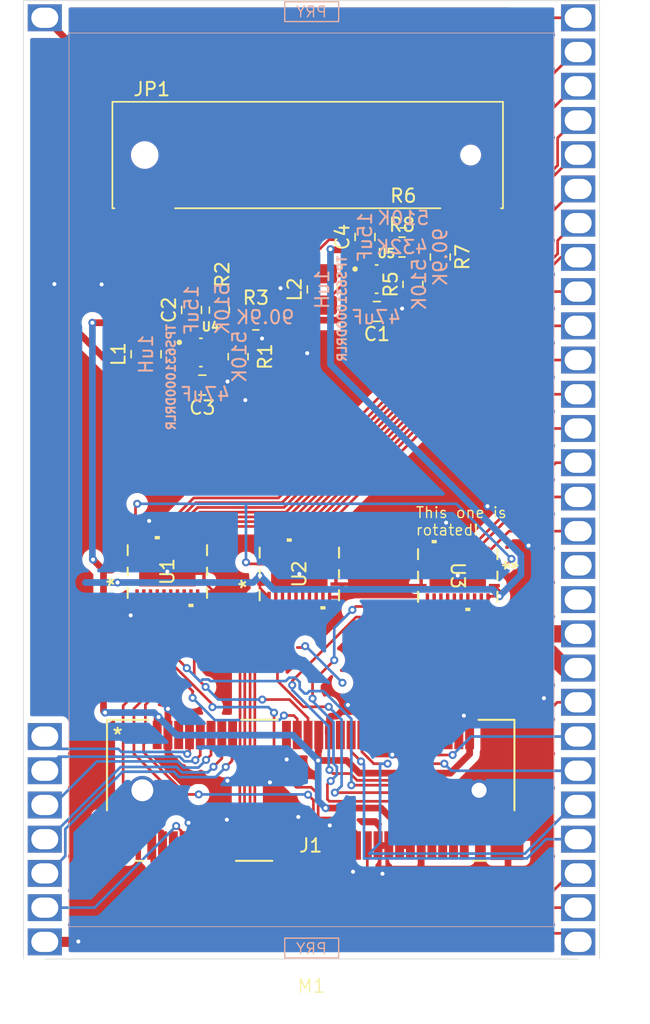
<source format=kicad_pcb>
(kicad_pcb (version 20240108) (generator "pcbnew") (generator_version "8.0")
  (layers (0 "F.Cu" signal) (31 "B.Cu" signal) (34 "B.Paste" user) (35 "F.Paste" user) (36 "B.SilkS" user "B.Silkscreen") (37 "F.SilkS" user "F.Silkscreen") (38 "B.Mask" user) (39 "F.Mask" user) (44 "Edge.Cuts" user))
  (net 0 "")
  (net 1 "{slash}CLKREQ")
  (net 2 "I2C_DATA_1V8")
  (net 3 "GND")
  (net 4 "PERp0")
  (net 5 "PETp0")
  (net 6 "/PCM_SYNC_1V8_IO")
  (net 7 "USB_D-")
  (net 8 "3V3")
  (net 9 "I2C_SCL_1V8")
  (net 10 "/PCM_DOUT_1V8_OUT")
  (net 11 "/COEX_UART_RX_1V8_IN")
  (net 12 "/RI_HOST_WAKE_1V8_OUT")
  (net 13 "/PCM_CLK_1V8_IO")
  (net 14 "/{slash}WAKE_OC_OUT")
  (net 15 "RESERVED_PIN46")
  (net 18 "USIM_SIM_PRESENT_IN")
  (net 19 "/COEX_UART_TX_1V8_OUT")
  (net 20 "/UART_RX_1V8_IN")
  (net 21 "USIM_VDD")
  (net 22 "/PCM_DIN_1V8_IN")
  (net 23 "USIM_DATA")
  (net 25 "{slash}LED_WWAN_OC_OUT")
  (net 26 "/{slash}RESET_1V8_IN")
  (net 27 "/UART_TX_1V8_OUT")
  (net 28 "/{slash}W_DISABLE_1V8_IN")
  (net 29 "{slash}USIM_RESET")
  (net 30 "USB_D+")
  (net 31 "RESERVED_PIN19")
  (net 32 "USIM_CLK")
  (net 33 "/{slash}DTR_SLEEP_MODE_1V8_IN")
  (net 34 "/UART_CTS_1V8_IN")
  (net 35 "USIM_VPP")
  (net 36 "PCM_DIN_3V3")
  (net 37 "1V8")
  (net 38 "{slash}W_DISABLE_3V3")
  (net 39 "UART_RX_3V3")
  (net 40 "{slash}DTR_SLEEP_MODE_3V3")
  (net 41 "UART_CTS_3V3")
  (net 44 "COEX_UART_RX_3V3")
  (net 45 "{slash}RESET_3V3")
  (net 47 "RI_HOST_WAKE_3V3")
  (net 49 "UART_TX_3V3")
  (net 52 "COEX_UART_TX_3V3")
  (net 53 "PCM_DOUT_3V3")
  (net 54 "{slash}WAKE_3V3")
  (net 61 "PCM_SYNC_3V#")
  (net 64 "PCM_CLK_3V3")
  (net 67 "PCM_CLK_DIR")
  (net 73 "VBAT")
  (net 75 "Net-(U4-LX2)")
  (net 76 "Net-(U4-LX1)")
  (net 77 "Net-(U5-LX2)")
  (net 78 "Net-(U5-LX1)")
  (net 79 "Net-(U4-FB)")
  (net 80 "Net-(U5-FB)")
  (net 81 "EN")
  (net 82 "Net-(U4-MODE)")
  (net 83 "Net-(U5-MODE)")
  (footprint "footprints:VQFN24_RGY_TEX" (layer "F.Cu") (at 100.0252 78.220001 -90)
    (property "Reference" "U3")
    (property "Value" "TXV0108RGYR")
  )
  (footprint "cellular-modem:SOT50P160X60-8N" (layer "F.Cu") (at 80.9552 61.66684)
    (property "Reference" "U4")
    (property "Value" "TPS631000DRLR")
  )
  (footprint "Inductor_SMD:L_1008_2520Metric_Pad1.43x2.20mm_HandSolder" (layer "F.Cu") (at 76.8858 61.79374 90)
    (property "Reference" "L1")
    (property "Value" "1uH")
  )
  (footprint "Resistor_SMD:R_0805_2012Metric" (layer "F.Cu") (at 98.7298 54.5846 -90)
    (property "Reference" "R7")
    (property "Value" "90.9K")
  )
  (footprint "Capacitor_SMD:C_0805_2012Metric" (layer "F.Cu") (at 94.0206 58.6232 180)
    (property "Reference" "C1")
    (property "Value" "47uF")
  )
  (footprint "Resistor_SMD:R_0805_2012Metric" (layer "F.Cu") (at 96.6978 56.6147 90)
    (property "Reference" "R5")
    (property "Value" "510K")
  )
  (footprint "Resistor_SMD:R_0805_2012Metric" (layer "F.Cu") (at 95.8869 53.848)
    (property "Reference" "R8")
    (property "Value" "432K")
  )
  (footprint "MegaCastle:MegaCastle2x28-Module-I36.0x66.3-M800007FFFFFFFF-NIBBLE" (layer "F.Cu") (at 89.166 71.12)
    (property "Reference" "M1")
    (property "Value" "~")
    (fp_line (start -21.387499 -35.560001) (end -21.387499 35.560001) (stroke (width 0.05)) (layer "Edge.Cuts"))
    (fp_line (start -21.387499 -35.560001) (end 21.387499 -35.560001) (stroke (width 0.05)) (layer "Edge.Cuts"))
    (fp_line (start -19.799999 35.560001) (end 19.799999 35.560001) (stroke (width 0.05)) (layer "Edge.Cuts"))
    (fp_line (start 21.387499 -35.560001) (end 21.387499 35.560001) (stroke (width 0.05)) (layer "Edge.Cuts"))
  )
  (footprint "Inductor_SMD:L_1008_2520Metric_Pad1.43x2.20mm_HandSolder" (layer "F.Cu") (at 89.9668 56.9917 90)
    (property "Reference" "L2")
    (property "Value" "1uH")
  )
  (footprint "footprints:VQFN24_RGY_TEX" (layer "F.Cu") (at 88.265 78.105 90)
    (property "Reference" "U2")
    (property "Value" "TXV0108RGYR")
  )
  (footprint "Resistor_SMD:R_0805_2012Metric" (layer "F.Cu") (at 95.9847 51.689)
    (property "Reference" "R6")
    (property "Value" "510K")
  )
  (footprint "Resistor_SMD:R_0805_2012Metric" (layer "F.Cu") (at 85.0392 59.25964)
    (property "Reference" "R3")
    (property "Value" "90.9K")
  )
  (footprint "Resistor_SMD:R_0805_2012Metric" (layer "F.Cu") (at 83.7184 61.97934 90)
    (property "Reference" "R1")
    (property "Value" "510K")
  )
  (footprint "Resistor_SMD:R_0805_2012Metric" (layer "F.Cu") (at 82.3214 58.52114 -90)
    (property "Reference" "R2")
    (property "Value" "510K")
  )
  (footprint "cellular-modem:CONN_MM60-52B1-E1-R650_JAE" (layer "F.Cu") (at 89.109 94.163)
    (property "Reference" "J1")
    (property "Value" "Bus_PCI_Express_Mini")
  )
  (footprint "cellular-modem:SOT50P160X60-8N" (layer "F.Cu") (at 94.0038 56.2236)
    (property "Reference" "U5")
    (property "Value" "TPS631000DRLR")
  )
  (footprint "Capacitor_SMD:C_0805_2012Metric" (layer "F.Cu") (at 80.264 58.51284 90)
    (property "Reference" "C2")
    (property "Value" "15uF")
  )
  (footprint "cellular-modem:JAE_MM60-EZH059-B5-R650" (layer "F.Cu") (at 88.885 47.015)
    (property "Reference" "JP1")
    (property "Value" "Mini PCIe Retainer")
  )
  (footprint "footprints:VQFN24_RGY_TEX" (layer "F.Cu") (at 78.466 77.9272 90)
    (property "Reference" "U1")
    (property "Value" "TXV0108RGYR")
  )
  (footprint "Capacitor_SMD:C_0805_2012Metric" (layer "F.Cu") (at 93.1418 53.1012 90)
    (property "Reference" "C4")
    (property "Value" "15uF")
  )
  (footprint "Capacitor_SMD:C_0805_2012Metric" (layer "F.Cu") (at 81.0616 64.08564 180)
    (property "Reference" "C3")
    (property "Value" "47uF")
  )
  (gr_text "This one is\nrotated!" (at 96.8502 75.311 0) (layer "F.SilkS") (effects (font (size 0.8 0.8) (thickness 0.1)) (justify left bottom)))
  (segment (start 88.1126 83.566) (end 88.5952 83.566) (width 0.2) (layer "F.Cu") (net 0))
  (segment (start 88.5952 83.566) (end 88.6968 83.4644) (width 0.2) (layer "F.Cu") (net 0))
  (via (at 88.6968 83.4644) (size 0.6) (drill 0.3) (layers "F.Cu" "B.Cu") (net 0))
  (via (at 91.4654 86.1822) (size 0.6) (drill 0.3) (layers "F.Cu" "B.Cu") (net 0))
  (segment (start 88.8238 83.5406) (end 91.4654 86.1822) (width 0.2) (layer "B.Cu") (net 0))
  (segment (start 88.6968 83.4644) (end 88.773 83.5406) (width 0.2) (layer "B.Cu") (net 0))
  (segment (start 88.773 83.5406) (end 88.8238 83.5406) (width 0.2) (layer "B.Cu") (net 0))
  (segment (start 79.709 98.263) (end 79.709 97.398598) (width 0.2) (layer "F.Cu") (net 1))
  (segment (start 79.709 97.398598) (end 79.121 96.810598) (width 0.2) (layer "F.Cu") (net 1))
  (via (at 79.121 96.810598) (size 0.6) (drill 0.3) (layers "F.Cu" "B.Cu") (net 1))
  (segment (start 73.061598 102.87) (end 69.366 102.87) (width 0.2) (layer "B.Cu") (net 1))
  (segment (start 79.121 96.810598) (end 73.061598 102.87) (width 0.2) (layer "B.Cu") (net 1))
  (segment (start 94.8182 92.1854) (end 93.794269 92.1854) (width 0.2) (layer "F.Cu") (net 2))
  (segment (start 93.794269 92.1854) (end 92.909 91.300131) (width 0.2) (layer "F.Cu") (net 2))
  (segment (start 92.909 91.300131) (end 92.909 90.063) (width 0.2) (layer "F.Cu") (net 2))
  (via (at 94.8182 92.1854) (size 0.6) (drill 0.3) (layers "F.Cu" "B.Cu") (net 2))
  (segment (start 93.4498 98.86) (end 105.010032 98.86) (width 0.2) (layer "B.Cu") (net 2))
  (segment (start 94.8182 92.1854) (end 94.2594 92.1854) (width 0.2) (layer "B.Cu") (net 2))
  (segment (start 94.2594 98.0504) (end 93.4498 98.86) (width 0.2) (layer "B.Cu") (net 2))
  (segment (start 105.010032 98.86) (end 108.620032 95.25) (width 0.2) (layer "B.Cu") (net 2))
  (segment (start 94.2594 92.1854) (end 94.2594 98.0504) (width 0.2) (layer "B.Cu") (net 2))
  (segment (start 108.620032 95.25) (end 108.966 95.25) (width 0.2) (layer "B.Cu") (net 2))
  (segment (start 81.9404 79.6544) (end 82.042 79.756) (width 0.2) (layer "F.Cu") (net 3))
  (segment (start 90.509 90.063) (end 90.4114 89.9654) (width 0.5) (layer "F.Cu") (net 3))
  (segment (start 69.366 105.41) (end 71.8312 105.41) (width 0.75) (layer "F.Cu") (net 3))
  (segment (start 91.301001 78.855001) (end 91.948 79.502) (width 0.2) (layer "F.Cu") (net 3))
  (segment (start 95.958916 91.517884) (end 95.165376 91.517884) (width 0.5) (layer "F.Cu") (net 3))
  (segment (start 76.215999 79.6544) (end 75.0316 79.6544) (width 0.2) (layer "F.Cu") (net 3))
  (segment (start 81.1838 77.0582) (end 82.042 76.2) (width 0.2) (layer "F.Cu") (net 3))
  (segment (start 76.716001 76.2) (end 76.716001 75.311) (width 0.2) (layer "F.Cu") (net 3))
  (segment (start 81.1838 77.177199) (end 81.1838 77.0582) (width 0.2) (layer "F.Cu") (net 3))
  (segment (start 71.8312 105.41) (end 71.8566 105.3846) (width 0.75) (layer "F.Cu") (net 3))
  (segment (start 90.515001 79.8322) (end 91.5162 79.8322) (width 0.2) (layer "F.Cu") (net 3))
  (segment (start 76.215999 81.010001) (end 76.2 81.026) (width 0.2) (layer "F.Cu") (net 3))
  (segment (start 100.3808 73.0758) (end 99.1616 74.295) (width 0.2) (layer "F.Cu") (net 3))
  (segment (start 76.2 81.026) (end 76.0476 81.1784) (width 0.2) (layer "F.Cu") (net 3))
  (segment (start 81.1602 61.41684) (end 81.0768 61.50024) (width 0.2) (layer "F.Cu") (net 3))
  (segment (start 93.709 90.063) (end 93.709 89.4672) (width 0.5) (layer "F.Cu") (net 3))
  (segment (start 76.215999 79.6544) (end 76.215999 81.010001) (width 0.2) (layer "F.Cu") (net 3))
  (segment (start 94.244 55.9736) (end 94.1564 56.0612) (width 0.2) (layer "F.Cu") (net 3))
  (segment (start 94.7388 55.9736) (end 94.244 55.9736) (width 0.2) (layer "F.Cu") (net 3))
  (segment (start 82.931 93.4466) (end 80.4926 93.4466) (width 0.5) (layer "F.Cu") (net 3))
  (segment (start 88.509 96.383) (end 88.392 96.266) (width 0.5) (layer "F.Cu") (net 3))
  (segment (start 82.0116 64.08564) (end 82.672816 64.08564) (width 0.2) (layer "F.Cu") (net 3))
  (segment (start 73.533 56.6674) (end 73.5838 56.6166) (width 0.2) (layer "F.Cu") (net 3))
  (segment (start 76.716001 75.311) (end 76.716001 75.192001) (width 0.2) (layer "F.Cu") (net 3))
  (segment (start 81.2414 58.54024) (end 81.2414 60.37084) (width 0.2) (layer "F.Cu") (net 3))
  (segment (start 82.672816 64.08564) (end 82.934028 63.824428) (width 0.2) (layer "F.Cu") (net 3))
  (segment (start 90.509 90.063) (end 90.509 88.7582) (width 0.5) (layer "F.Cu") (net 3))
  (segment (start 96.0114 90.1606) (end 96.0114 91.4654) (width 0.5) (layer "F.Cu") (net 3))
  (segment (start 86.7918 56.896) (end 86.868 56.896) (width 0.2) (layer "F.Cu") (net 3))
  (segment (start 90.509 88.7582) (end 90.6066 88.6606) (width 0.5) (layer "F.Cu") (net 3))
  (segment (start 90.9828 78.855001) (end 91.301001 78.855001) (width 0.2) (layer "F.Cu") (net 3))
  (segment (start 82.909 98.263) (end 82.909 96.371) (width 0.5) (layer "F.Cu") (net 3))
  (segment (start 81.0768 60.53544) (end 81.0768 62.0776) (width 0.2) (layer "F.Cu") (net 3))
  (segment (start 78.509 88.115) (end 78.5114 88.1126) (width 0.5) (layer "F.Cu") (net 3))
  (segment (start 78.509 91.463) (end 78.509 90.063) (width 0.5) (layer "F.Cu") (net 3))
  (segment (start 88.3158 96.266) (end 88.1888 96.139) (width 0.5) (layer "F.Cu") (net 3))
  (segment (start 81.6902 61.41684) (end 81.1602 61.41684) (width 0.2) (layer "F.Cu") (net 3))
  (segment (start 81.1838 78.677201) (end 82.042 79.535401) (width 0.2) (layer "F.Cu") (net 3))
  (segment (start 82.042 79.535401) (end 82.042 79.756) (width 0.2) (layer "F.Cu") (net 3))
  (segment (start 96.0114 91.4654) (end 95.958916 91.517884) (width 0.5) (layer "F.Cu") (net 3))
  (segment (start 93.709 91.3678) (end 93.8066 91.4654) (width 0.5) (layer "F.Cu") (net 3))
  (segment (start 81.0768 61.50024) (end 81.0768 63.15084) (width 0.2) (layer "F.Cu") (net 3))
  (segment (start 80.509 97.0444) (end 80.0354 96.5708) (width 0.5) (layer "F.Cu") (net 3))
  (segment (start 85.9517 59.25964) (end 85.9517 60.1745) (width 0.2) (layer "F.Cu") (net 3))
  (segment (start 88.392 96.266) (end 88.3158 96.266) (width 0.5) (layer "F.Cu") (net 3))
  (segment (start 86.515001 76.3778) (end 86.515001 75.028999) (width 0.2) (layer "F.Cu") (net 3))
  (segment (start 86.515001 75.028999) (end 86.614 74.93) (width 0.2) (layer "F.Cu") (net 3))
  (segment (start 97.3074 78.970002) (end 95.781998 78.970002) (width 0.2) (layer "F.Cu") (net 3))
  (segment (start 88.509 100.193) (end 88.646 100.33) (width 0.5) (layer "F.Cu") (net 3))
  (segment (start 80.716001 79.6544) (end 80.716001 80.970001) (width 0.2) (layer "F.Cu") (net 3))
  (segment (start 94.9706 58.6232) (end 95.679056 58.6232) (width 0.2) (layer "F.Cu") (net 3))
  (segment (start 96.109 90.063) (end 96.0114 90.1606) (width 0.5) (layer "F.Cu") (net 3))
  (segment (start 78.509 90.063) (end 78.509 88.415) (width 0.5) (layer "F.Cu") (net 3))
  (segment (start 91.709 99.6592) (end 92.2528 100.203) (width 0.2) (layer "F.Cu") (net 3))
  (segment (start 94.1564 57.809) (end 94.9706 58.6232) (width 0.2) (layer "F.Cu") (net 3))
  (segment (start 90.909 98.263) (end 91.709 98.263) (width 0.5) (layer "F.Cu") (net 3))
  (segment (start 81.2414 60.37084) (end 81.0768 60.53544) (width 0.2) (layer "F.Cu") (net 3))
  (segment (start 100.109 88.994) (end 100.4824 88.6206) (width 0.5) (layer "F.Cu") (net 3))
  (segment (start 105.283 75.946) (end 105.283 75.9968) (width 0.2) (layer "F.Cu") (net 3))
  (segment (start 91.709 98.263) (end 91.709 99.6592) (width 0.2) (layer "F.Cu") (net 3))
  (segment (start 90.909 97.151) (end 90.5256 96.7676) (width 0.5) (layer "F.Cu") (net 3))
  (segment (start 90.9828 77.1652) (end 91.694 76.454) (width 0.2) (layer "F.Cu") (net 3))
  (segment (start 76.716001 74.566399) (end 77.1144 74.168) (width 0.2) (layer "F.Cu") (net 3))
  (segment (start 80.716001 79.6544) (end 81.9404 79.6544) (width 0.2) (layer "F.Cu") (net 3))
  (segment (start 97.282 99.69) (end 97.282 100.33) (width 0.5) (layer "F.Cu") (net 3))
  (segment (start 80.264 57.56284) (end 81.2414 58.54024) (width 0.2) (layer "F.Cu") (net 3))
  (segment (start 97.309 99.663) (end 97.282 99.69) (width 0.5) (layer "F.Cu") (net 3))
  (segment (start 94.1564 56.0612) (end 94.1564 57.809) (width 0.2) (layer "F.Cu") (net 3))
  (segment (start 87.309 90.063) (end 87.309 91.8556) (width 0.5) (layer "F.Cu") (net 3))
  (segment (start 81.0768 63.15084) (end 82.0116 64.08564) (width 0.2) (layer "F.Cu") (net 3))
  (segment (start 80.4926 93.4466) (end 78.509 91.463) (width 0.5) (layer "F.Cu") (net 3))
  (segment (start 91.0444 88.6606) (end 91.875218 87.829782) (width 0.5) (layer "F.Cu") (net 3))
  (segment (start 93.709 90.063) (end 93.709 91.3678) (width 0.5) (layer "F.Cu") (net 3))
  (segment (start 82.909 96.371) (end 82.8802 96.3422) (width 0.5) (layer "F.Cu") (net 3))
  (segment (start 76.0476 81.1784) (end 75.7428 81.1784) (width 0.2) (layer "F.Cu") (net 3))
  (segment (start 90.909 98.263) (end 90.909 97.151) (width 0.5) (layer "F.Cu") (net 3))
  (segment (start 97.775199 76.492801) (end 97.775199 75.677199) (width 0.2) (layer "F.Cu") (net 3))
  (segment (start 80.509 98.263) (end 80.509 97.0444) (width 0.5) (layer "F.Cu") (net 3))
  (segment (start 88.509 98.263) (end 88.509 100.193) (width 0.5) (layer "F.Cu") (net 3))
  (segment (start 93.8066 91.4654) (end 95.112892 91.4654) (width 0.5) (layer "F.Cu") (net 3))
  (segment (start 105.2322 75.8952) (end 105.283 75.946) (width 0.2) (layer "F.Cu") (net 3))
  (segment (start 90.4114 89.9654) (end 90.4114 89.5858) (width 0.5) (layer "F.Cu") (net 3))
  (segment (start 95.679056 58.6232) (end 95.896328 58.405928) (width 0.2) (layer "F.Cu") (net 3))
  (segment (start 85.9517 60.1745) (end 85.4964 60.6298) (width 0.2) (layer "F.Cu") (net 3))
  (segment (start 94.109 98.263) (end 94.909 98.263) (width 0.5) (layer "F.Cu") (net 3))
  (segment (start 93.709 89.4672) (end 93.6114 89.3696) (width 0.5) (layer "F.Cu") (net 3))
  (segment (start 102.235 73.0758) (end 100.3808 73.0758) (width 0.2) (layer "F.Cu") (net 3))
  (segment (start 97.3074 77.47) (end 96.012 77.47) (width 0.2) (layer "F.Cu") (net 3))
  (segment (start 101.775199 79.947201) (end 101.775199 81.201199) (width 0.2) (layer "F.Cu") (net 3))
  (segment (start 87.309 91.8556) (end 87.3252 91.8718) (width 0.5) (layer "F.Cu") (net 3))
  (segment (start 101.775199 79.947201) (end 101.775199 80.439199) (width 0.2) (layer "F.Cu") (net 3))
  (segment (start 88.509 98.263) (end 88.509 96.383) (width 0.5) (layer "F.Cu") (net 3))
  (segment (start 95.112892 91.4654) (end 95.165376 91.517884) (width 0.5) (layer "F.Cu") (net 3))
  (segment (start 97.775199 75.677199) (end 97.282 75.184) (width 0.2) (layer "F.Cu") (net 3))
  (segment (start 76.716001 75.311) (end 76.716001 74.566399) (width 0.2) (layer "F.Cu") (net 3))
  (segment (start 97.309 98.263) (end 97.309 99.663) (width 0.5) (layer "F.Cu") (net 3))
  (segment (start 90.9828 77.354999) (end 90.9828 77.1652) (width 0.2) (layer "F.Cu") (net 3))
  (segment (start 100.109 90.063) (end 100.109 88.994) (width 0.5) (layer "F.Cu") (net 3))
  (segment (start 90.6066 88.6606) (end 91.0444 88.6606) (width 0.5) (layer "F.Cu") (net 3))
  (segment (start 78.509 88.415) (end 78.509 88.115) (width 0.5) (layer "F.Cu") (net 3))
  (via (at 94.4372 100.3554) (size 0.6) (drill 0.3) (layers "F.Cu" "B.Cu") (net 3))
  (via (at 78.466 77.9272) (size 0.6) (drill 0.3) (layers "F.Cu" "B.Cu") (net 3))
  (via (at 95.165376 91.517884) (size 0.6) (drill 0.3) (layers "F.Cu" "B.Cu") (net 3))
  (via (at 105.283 75.9968) (size 0.6) (drill 0.3) (layers "F.Cu" "B.Cu") (net 3))
  (via (at 86.868 56.896) (size 0.6) (drill 0.3) (layers "F.Cu" "B.Cu") (net 3))
  (via (at 95.896328 58.405928) (size 0.6) (drill 0.3) (layers "F.Cu" "B.Cu") (net 3))
  (via (at 106.426 87.3252) (size 0.6) (drill 0.3) (layers "F.Cu" "B.Cu") (net 3))
  (via (at 88.1888 96.139) (size 0.6) (drill 0.3) (layers "F.Cu" "B.Cu") (net 3))
  (via (at 87.3252 91.8718) (size 0.6) (drill 0.3) (layers "F.Cu" "B.Cu") (net 3))
  (via (at 99.1616 74.295) (size 0.6) (drill 0.3) (layers "F.Cu" "B.Cu") (net 3))
  (via (at 84.2518 65.2018) (size 0.6) (drill 0.3) (layers "F.Cu" "B.Cu") (net 3))
  (via (at 85.4964 60.6298) (size 0.6) (drill 0.3) (layers "F.Cu" "B.Cu") (net 3))
  (via (at 77.1144 74.168) (size 0.6) (drill 0.3) (layers "F.Cu" "B.Cu") (net 3))
  (via (at 88.265 78.105) (size 0.6) (drill 0.3) (layers "F.Cu" "B.Cu") (net 3))
  (via (at 70.0786 56.5912) (size 0.6) (drill 0.3) (layers "F.Cu" "B.Cu") (net 3))
  (via (at 100.0252 78.220001) (size 0.6) (drill 0.3) (layers "F.Cu" "B.Cu") (net 3))
  (via (at 80.0354 96.5708) (size 0.6) (drill 0.3) (layers "F.Cu" "B.Cu") (net 3))
  (via (at 82.8802 96.3422) (size 0.6) (drill 0.3) (layers "F.Cu" "B.Cu") (net 3))
  (via (at 92.2528 100.203) (size 0.6) (drill 0.3) (layers "F.Cu" "B.Cu") (net 3))
  (via (at 78.5114 88.1126) (size 0.6) (drill 0.3) (layers "F.Cu" "B.Cu") (net 3))
  (via (at 91.875218 87.829782) (size 0.6) (drill 0.3) (layers "F.Cu" "B.Cu") (net 3))
  (via (at 86.0806 93.5736) (size 0.6) (drill 0.3) (layers "F.Cu" "B.Cu") (net 3))
  (via (at 90.5256 96.7676) (size 0.6) (drill 0.3) (layers "F.Cu" "B.Cu") (net 3))
  (via (at 82.931 93.4466) (size 0.6) (drill 0.3) (layers "F.Cu" "B.Cu") (net 3))
  (via (at 88.8492 61.722) (size 0.6) (drill 0.3) (layers "F.Cu" "B.Cu") (net 3))
  (via (at 82.934028 63.824428) (size 0.6) (drill 0.3) (layers "F.Cu" "B.Cu") (net 3))
  (via (at 75.7428 81.1784) (size 0.6) (drill 0.3) (layers "F.Cu" "B.Cu") (net 3))
  (via (at 102.235 73.0758) (size 0.6) (drill 0.3) (layers "F.Cu" "B.Cu") (net 3))
  (via (at 100.4824 88.6206) (size 0.6) (drill 0.3) (layers "F.Cu" "B.Cu") (net 3))
  (via (at 73.5838 56.6166) (size 0.6) (drill 0.3) (layers "F.Cu" "B.Cu") (net 3))
  (via (at 71.8566 105.3846) (size 0.6) (drill 0.3) (layers "F.Cu" "B.Cu") (net 3))
  (segment (start 87.3252 91.8718) (end 87.3252 92.329) (width 0.5) (layer "B.Cu") (net 3))
  (segment (start 105.1306 88.6206) (end 106.426 87.3252) (width 0.5) (layer "B.Cu") (net 3))
  (segment (start 87.3252 92.329) (end 86.0806 93.5736) (width 0.5) (layer "B.Cu") (net 3))
  (segment (start 70.104 56.6166) (end 70.0786 56.5912) (width 0.2) (layer "B.Cu") (net 3))
  (segment (start 102.362 73.0758) (end 102.235 73.0758) (width 0.2) (layer "B.Cu") (net 3))
  (segment (start 100.4824 88.6206) (end 105.1306 88.6206) (width 0.5) (layer "B.Cu") (net 3))
  (segment (start 86.868 56.896) (end 86.868 59.7408) (width 0.2) (layer "B.Cu") (net 3))
  (segment (start 86.868 59.7408) (end 88.8492 61.722) (width 0.2) (layer "B.Cu") (net 3))
  (segment (start 82.934028 63.824428) (end 82.934028 63.884028) (width 0.2) (layer "B.Cu") (net 3))
  (segment (start 95.165376 91.11994) (end 95.165376 91.517884) (width 0.5) (layer "B.Cu") (net 3))
  (segment (start 91.875218 87.829782) (end 95.165376 91.11994) (width 0.5) (layer "B.Cu") (net 3))
  (segment (start 105.283 75.9968) (end 102.362 73.0758) (width 0.2) (layer "B.Cu") (net 3))
  (segment (start 92.2528 100.203) (end 94.2848 100.203) (width 0.2) (layer "B.Cu") (net 3))
  (segment (start 82.934028 63.884028) (end 84.2518 65.2018) (width 0.2) (layer "B.Cu") (net 3))
  (segment (start 94.2848 100.203) (end 94.4372 100.3554) (width 0.2) (layer "B.Cu") (net 3))
  (segment (start 73.5838 56.6166) (end 70.104 56.6166) (width 0.2) (layer "B.Cu") (net 3))
  (segment (start 90.109 98.263) (end 90.109 101.3612) (width 0.2) (layer "F.Cu") (net 4))
  (segment (start 91.6178 102.87) (end 108.966 102.87) (width 0.2) (layer "F.Cu") (net 4))
  (segment (start 90.109 101.3612) (end 91.6178 102.87) (width 0.2) (layer "F.Cu") (net 4))
  (segment (start 93.309 101.7926) (end 93.98 102.4636) (width 0.2) (layer "F.Cu") (net 5))
  (segment (start 108.4072 100.33) (end 108.966 100.33) (width 0.2) (layer "F.Cu") (net 5))
  (segment (start 93.309 98.263) (end 93.309 101.7926) (width 0.2) (layer "F.Cu") (net 5))
  (segment (start 106.2736 102.4636) (end 108.4072 100.33) (width 0.2) (layer "F.Cu") (net 5))
  (segment (start 93.98 102.4636) (end 106.2736 102.4636) (width 0.2) (layer "F.Cu") (net 5))
  (segment (start 96.7672 93.4212) (end 100.509 97.163) (width 0.2) (layer "F.Cu") (net 6))
  (segment (start 90.768258 92.918458) (end 92.04227 92.918458) (width 0.2) (layer "F.Cu") (net 6))
  (segment (start 92.545012 93.4212) (end 96.7672 93.4212) (width 0.2) (layer "F.Cu") (net 6))
  (segment (start 87.73639 86.05041) (end 92.4814 81.3054) (width 0.2) (layer "F.Cu") (net 6))
  (segment (start 100.867886 81.053601) (end 101.2752 80.646287) (width 0.2) (layer "F.Cu") (net 6))
  (segment (start 93.218 81.026) (end 97.154912 81.026) (width 0.2) (layer "F.Cu") (net 6))
  (segment (start 101.2752 80.646287) (end 101.2752 79.947201) (width 0.2) (layer "F.Cu") (net 6))
  (segment (start 97.182513 81.053601) (end 100.867886 81.053601) (width 0.2) (layer "F.Cu") (net 6))
  (segment (start 90.5002 92.6504) (end 90.768258 92.918458) (width 0.2) (layer "F.Cu") (net 6))
  (segment (start 100.509 97.163) (end 100.509 98.263) (width 0.2) (layer "F.Cu") (net 6))
  (segment (start 92.4814 81.3054) (end 92.9386 81.3054) (width 0.2) (layer "F.Cu") (net 6))
  (segment (start 92.04227 92.918458) (end 92.545012 93.4212) (width 0.2) (layer "F.Cu") (net 6))
  (segment (start 87.73639 86.35521) (end 87.73639 86.05041) (width 0.2) (layer "F.Cu") (net 6))
  (segment (start 97.154912 81.026) (end 97.182513 81.053601) (width 0.2) (layer "F.Cu") (net 6))
  (segment (start 92.9386 81.3054) (end 93.218 81.026) (width 0.2) (layer "F.Cu") (net 6))
  (via (at 87.73639 86.35521) (size 0.6) (drill 0.3) (layers "F.Cu" "B.Cu") (net 6))
  (via (at 90.5002 92.6504) (size 0.6) (drill 0.3) (layers "F.Cu" "B.Cu") (net 6))
  (segment (start 87.73639 86.72039) (end 90.4494 89.4334) (width 0.2) (layer "B.Cu") (net 6))
  (segment (start 90.4494 89.4334) (end 90.4494 92.5996) (width 0.2) (layer "B.Cu") (net 6))
  (segment (start 87.73639 86.35521) (end 87.73639 86.72039) (width 0.2) (layer "B.Cu") (net 6))
  (segment (start 90.4494 92.5996) (end 90.5002 92.6504) (width 0.2) (layer "B.Cu") (net 6))
  (segment (start 94.1578 88.2396) (end 94.1578 87.452199) (width 1.285) (layer "F.Cu") (net 7))
  (segment (start 94.1578 87.452199) (end 99.059999 82.55) (width 1.285) (layer "F.Cu") (net 7))
  (segment (start 94.509 90.063) (end 94.509 88.562999) (width 0.5) (layer "F.Cu") (net 7))
  (segment (start 99.059999 82.55) (end 108.966 82.55) (width 1.285) (layer "F.Cu") (net 7))
  (segment (start 99.4842 92.8878) (end 100.909 91.463) (width 0.5) (layer "F.Cu") (net 8))
  (segment (start 84.328 77.354999) (end 85.5472 77.354999) (width 0.2) (layer "F.Cu") (net 8))
  (segment (start 74.803 77.343) (end 74.968801 77.177199) (width 0.2) (layer "F.Cu") (net 8))
  (segment (start 96.509 98.263) (end 95.709 98.263) (width 0.5) (layer "F.Cu") (net 8))
  (segment (start 73.7235 88.2777) (end 73.8378 88.392) (width 0.5) (layer "F.Cu") (net 8))
  (segment (start 77.8066 88.721221) (end 77.709 88.818821) (width 0.5) (layer "F.Cu") (net 8))
  (segment (start 103.886 77.216) (end 104.013 77.089) (width 0.2) (layer "F.Cu") (net 8))
  (segment (start 89.709 90.063) (end 89.709 91.263) (width 0.5) (layer "F.Cu") (net 8))
  (segment (start 80.264 59.46284) (end 80.264 59.309) (width 0.5) (layer "F.Cu") (net 8))
  (segment (start 72.9488 77.0382) (end 73.7235 77.8129) (width 0.5) (layer "F.Cu") (net 8))
  (segment (start 76.1016 73.0218) (end 76.1016 75.057) (width 0.2) (layer "F.Cu") (net 8))
  (segment (start 80.264 60.85444) (end 80.2202 60.85444) (width 0.5) (layer "F.Cu") (net 8))
  (segment (start 100.909 91.463) (end 100.909 90.063) (width 0.5) (layer "F.Cu") (net 8))
  (segment (start 85.5472 76.845599) (end 86.014999 76.3778) (width 0.2) (layer "F.Cu") (net 8))
  (segment (start 75.946 76.2) (end 76.215999 76.2) (width 0.2) (layer "F.Cu") (net 8))
  (segment (start 92.722112 92.8878) (end 99.4842 92.8878) (width 0.5) (layer "F.Cu") (net 8))
  (segment (start 74.803 77.343) (end 75.946 76.2) (width 0.2) (layer "F.Cu") (net 8))
  (segment (start 77.709 88.818821) (end 77.709 90.063) (width 0.5) (layer "F.Cu") (net 8))
  (segment (start 74.3331 77.8129) (end 74.803 77.343) (width 0.2) (layer "F.Cu") (net 8))
  (segment (start 76.1016 76.085601) (end 76.1016 75.057) (width 0.2) (layer "F.Cu") (net 8))
  (segment (start 79.80824 59.46284) (end 79.8068 59.4614) (width 0.5) (layer "F.Cu") (net 8))
  (segment (start 78.0288 59.4614) (end 78.0288 58.14348) (width 0.5) (layer "F.Cu") (net 8))
  (segment (start 90.2138 95.4786) (end 94.3246 95.4786) (width 0.5) (layer "F.Cu") (net 8))
  (segment (start 103.632 77.47) (end 102.743 77.47) (width 0.2) (layer "F.Cu") (net 8))
  (segment (start 79.8068 59.4614) (end 78.0288 59.4614) (width 0.5) (layer "F.Cu") (net 8))
  (segment (start 74.968801 77.177199) (end 75.7482 77.177199) (width 0.2) (layer "F.Cu") (net 8))
  (segment (start 103.886 77.216) (end 103.632 77.47) (width 0.2) (layer "F.Cu") (net 8))
  (segment (start 78.0288 59.4614) (end 72.898 59.4614) (width 0.5) (layer "F.Cu") (net 8))
  (segment (start 81.3732 56.66044) (end 82.3214 57.60864) (width 0.5) (layer "F.Cu") (net 8))
  (segment (start 81.96436 57.60864) (end 82.3214 57.60864) (width 0.5) (layer "F.Cu") (net 8))
  (segment (start 73.7235 77.8129) (end 74.3331 77.8129) (width 0.5) (layer "F.Cu") (net 8))
  (segment (start 80.264 59.46284) (end 79.80824 59.46284) (width 0.5) (layer "F.Cu") (net 8))
  (segment (start 89.662 91.948) (end 89.662 90.11) (width 0.5) (layer "F.Cu") (net 8))
  (segment (start 76.215999 76.2) (end 76.1016 76.085601) (width 0.2) (layer "F.Cu") (net 8))
  (segment (start 76.1016 75.057) (end 76.1016 74.784032) (width 0.2) (layer "F.Cu") (net 8))
  (segment (start 76.2254 72.898) (end 76.1016 73.0218) (width 0.2) (layer "F.Cu") (net 8))
  (segment (start 74.168 77.978) (end 74.3331 77.8129) (width 0.2) (layer "F.Cu") (net 8))
  (segment (start 89.662 91.948) (end 91.782312 91.948) (width 0.5) (layer "F.Cu") (net 8))
  (segment (start 84.328 77.354999) (end 84.328 77.2668) (width 0.2) (layer "F.Cu") (net 8))
  (segment (start 78.0288 58.14348) (end 79.51184 56.66044) (width 0.5) (layer "F.Cu") (net 8))
  (segment (start 95.709 96.863) (end 95.709 98.263) (width 0.5) (layer "F.Cu") (net 8))
  (segment (start 94.3246 95.4786) (end 95.709 96.863) (width 0.5) (layer "F.Cu") (net 8))
  (segment (start 84.328 77.2668) (end 84.3026 77.2414) (width 0.2) (layer "F.Cu") (net 8))
  (segment (start 85.5472 77.354999) (end 85.5472 76.845599) (width 0.2) (layer "F.Cu") (net 8))
  (segment (start 73.7235 77.8129) (end 73.7235 88.2777) (width 0.5) (layer "F.Cu") (net 8))
  (segment (start 104.013 77.089) (end 104.013 76.9874) (width 0.2) (layer "F.Cu") (net 8))
  (segment (start 80.264 59.46284) (end 80.264 60.85444) (width 0.5) (layer "F.Cu") (net 8))
  (segment (start 91.782312 91.948) (end 92.722112 92.8878) (width 0.5) (layer "F.Cu") (net 8))
  (segment (start 79.51184 56.66044) (end 81.3732 56.66044) (width 0.5) (layer "F.Cu") (net 8))
  (segment (start 89.662 90.11) (end 89.709 90.063) (width 0.5) (layer "F.Cu") (net 8))
  (via (at 76.2254 72.898) (size 0.6) (drill 0.3) (layers "F.Cu" "B.Cu") (net 8))
  (via (at 84.3026 77.2414) (size 0.6) (drill 0.3) (layers "F.Cu" "B.Cu") (net 8))
  (via (at 89.662 91.948) (size 0.6) (drill 0.3) (layers "F.Cu" "B.Cu") (net 8))
  (via (at 72.898 59.4614) (size 0.6) (drill 0.3) (layers "F.Cu" "B.Cu") (net 8))
  (via (at 104.013 76.9874) (size 0.6) (drill 0.3) (layers "F.Cu" "B.Cu") (net 8))
  (via (at 72.9488 77.0382) (size 0.6) (drill 0.3) (layers "F.Cu" "B.Cu") (net 8))
  (via (at 77.8066 88.721221) (size 0.6) (drill 0.3) (layers "F.Cu" "B.Cu") (net 8))
  (via (at 73.8378 88.392) (size 0.6) (drill 0.3) (layers "F.Cu" "B.Cu") (net 8))
  (via (at 90.2138 95.4786) (size 0.6) (drill 0.3) (layers "F.Cu" "B.Cu") (net 8))
  (segment (start 84.3026 77.2414) (end 84.3026 72.9234) (width 0.2) (layer "B.Cu") (net 8))
  (segment (start 84.2772 72.898) (end 76.2254 72.898) (width 0.2) (layer "B.Cu") (net 8))
  (segment (start 87.7824 90.0684) (end 89.662 91.948) (width 0.5) (layer "B.Cu") (net 8))
  (segment (start 72.898 76.9874) (end 72.9488 77.0382) (width 0.5) (layer "B.Cu") (net 8))
  (segment (start 90.2138 95.4786) (end 89.662 94.9268) (width 0.5) (layer "B.Cu") (net 8))
  (segment (start 104.013 76.9874) (end 99.9236 72.898) (width 0.2) (layer "B.Cu") (net 8))
  (segment (start 99.9236 72.898) (end 84.2772 72.898) (width 0.2) (layer "B.Cu") (net 8))
  (segment (start 79.153779 90.0684) (end 87.7824 90.0684) (width 0.5) (layer "B.Cu") (net 8))
  (segment (start 73.8378 88.392) (end 77.477379 88.392) (width 0.5) (layer "B.Cu") (net 8))
  (segment (start 77.477379 88.392) (end 77.8066 88.721221) (width 0.5) (layer "B.Cu") (net 8))
  (segment (start 72.898 59.4614) (end 72.898 76.9874) (width 0.5) (layer "B.Cu") (net 8))
  (segment (start 77.8066 88.721221) (end 79.153779 90.0684) (width 0.5) (layer "B.Cu") (net 8))
  (segment (start 89.662 94.9268) (end 89.662 91.948) (width 0.5) (layer "B.Cu") (net 8))
  (segment (start 84.3026 72.9234) (end 84.2772 72.898) (width 0.2) (layer "B.Cu") (net 8))
  (segment (start 92.109 90.063) (end 92.109 91.281343) (width 0.2) (layer "F.Cu") (net 9))
  (segment (start 92.109 91.281343) (end 92.846677 92.01902) (width 0.2) (layer "F.Cu") (net 9))
  (via (at 92.846677 92.01902) (size 0.6) (drill 0.3) (layers "F.Cu" "B.Cu") (net 9))
  (segment (start 93.0656 92.237943) (end 93.0656 99.2124) (width 0.2) (layer "B.Cu") (net 9))
  (segment (start 93.0656 99.2124) (end 105.156 99.2124) (width 0.2) (layer "B.Cu") (net 9))
  (segment (start 92.846677 92.01902) (end 93.0656 92.237943) (width 0.2) (layer "B.Cu") (net 9))
  (segment (start 105.156 99.2124) (end 106.5784 97.79) (width 0.2) (layer "B.Cu") (net 9))
  (segment (start 106.5784 97.79) (end 108.966 97.79) (width 0.2) (layer "B.Cu") (net 9))
  (segment (start 86.6394 82.8548) (end 88.515 80.9792) (width 0.2) (layer "F.Cu") (net 10))
  (segment (start 88.563262 87.963294) (end 86.6394 86.039432) (width 0.2) (layer "F.Cu") (net 10))
  (segment (start 90.446306 87.963294) (end 88.563262 87.963294) (width 0.2) (layer "F.Cu") (net 10))
  (segment (start 86.6394 86.039432) (end 86.6394 82.8548) (width 0.2) (layer "F.Cu") (net 10))
  (segment (start 88.515 80.9792) (end 88.515 79.8322) (width 0.2) (layer "F.Cu") (net 10))
  (segment (start 96.1816 94.3356) (end 90.9002 94.3356) (width 0.2) (layer "F.Cu") (net 10))
  (segment (start 98.909 98.263) (end 98.909 97.063) (width 0.2) (layer "F.Cu") (net 10))
  (segment (start 98.909 97.063) (end 96.1816 94.3356) (width 0.2) (layer "F.Cu") (net 10))
  (via (at 90.9002 94.3356) (size 0.6) (drill 0.3) (layers "F.Cu" "B.Cu") (net 10))
  (via (at 90.446306 87.963294) (size 0.6) (drill 0.3) (layers "F.Cu" "B.Cu") (net 10))
  (segment (start 90.446306 87.963294) (end 91.405 88.921988) (width 0.2) (layer "B.Cu") (net 10))
  (segment (start 91.405 88.921988) (end 91.405 93.8308) (width 0.2) (layer "B.Cu") (net 10))
  (segment (start 91.405 93.8308) (end 90.9002 94.3356) (width 0.2) (layer "B.Cu") (net 10))
  (segment (start 76.708 86.0298) (end 76.6826 86.0552) (width 0.2) (layer "F.Cu") (net 11))
  (segment (start 78.109002 97.311402) (end 78.109002 98.257599) (width 0.2) (layer "F.Cu") (net 11))
  (segment (start 77.748699 96.951099) (end 78.109002 97.311402) (width 0.2) (layer "F.Cu") (net 11))
  (segment (start 78.109 97.163) (end 78.109 98.263) (width 0.2) (layer "F.Cu") (net 11))
  (segment (start 76.708 86.233) (end 76.708 86.36) (width 0.2) (layer "F.Cu") (net 11))
  (segment (start 75.184 87.884) (end 75.184 94.598298) (width 0.2) (layer "F.Cu") (net 11))
  (segment (start 76.6826 86.0552) (end 76.6826 86.2076) (width 0.2) (layer "F.Cu") (net 11))
  (segment (start 76.6826 86.2076) (end 76.708 86.233) (width 0.2) (layer "F.Cu") (net 11))
  (segment (start 75.184 94.598298) (end 77.536801 96.951099) (width 0.2) (layer "F.Cu") (net 11))
  (segment (start 76.708 80.772) (end 76.708 86.0298) (width 0.2) (layer "F.Cu") (net 11))
  (segment (start 76.708 86.36) (end 75.184 87.884) (width 0.2) (layer "F.Cu") (net 11))
  (segment (start 77.536801 96.951099) (end 77.748699 96.951099) (width 0.2) (layer "F.Cu") (net 11))
  (segment (start 76.716001 80.763999) (end 76.708 80.772) (width 0.2) (layer "F.Cu") (net 11))
  (segment (start 76.716001 79.6544) (end 76.716001 80.763999) (width 0.2) (layer "F.Cu") (net 11))
  (segment (start 84.9598 96.3138) (end 84.9598 90.8304) (width 0.2) (layer "F.Cu") (net 12))
  (segment (start 86.909 98.263) (end 84.9598 96.3138) (width 0.2) (layer "F.Cu") (net 12))
  (segment (start 87.519992 81.37319) (end 88.015 80.878182) (width 0.2) (layer "F.Cu") (net 12))
  (segment (start 87.519991 81.37319) (end 87.519992 81.37319) (width 0.2) (layer "F.Cu") (net 12))
  (segment (start 88.015 80.878182) (end 88.015 79.8322) (width 0.2) (layer "F.Cu") (net 12))
  (segment (start 84.9598 83.933381) (end 87.519991 81.37319) (width 0.2) (layer "F.Cu") (net 12))
  (segment (start 84.9598 90.8304) (end 84.9598 83.933381) (width 0.2) (layer "F.Cu") (net 12))
  (segment (start 84.9598 90.8304) (end 84.9598 90.7224) (width 0.2) (layer "F.Cu") (net 12))
  (segment (start 90.3478 94.831388) (end 90.492612 94.9762) (width 0.2) (layer "F.Cu") (net 13))
  (segment (start 89.246003 87.3506) (end 89.246003 86.115597) (width 0.2) (layer "F.Cu") (net 13))
  (segment (start 97.348199 80.653601) (end 100.7022 80.653601) (width 0.2) (layer "F.Cu") (net 13))
  (segment (start 98.109 97.2582) (end 98.109 98.263) (width 0.2) (layer "F.Cu") (net 13))
  (segment (start 92.456 80.518) (end 97.212598 80.518) (width 0.2) (layer "F.Cu") (net 13))
  (segment (start 97.212598 80.518) (end 97.348199 80.653601) (width 0.2) (layer "F.Cu") (net 13))
  (segment (start 95.827 94.9762) (end 98.109 97.2582) (width 0.2) (layer "F.Cu") (net 13))
  (segment (start 90.3478 93.71722) (end 90.3478 94.831388) (width 0.2) (layer "F.Cu") (net 13))
  (segment (start 100.7022 80.653601) (end 100.775201 80.5806) (width 0.2) (layer "F.Cu") (net 13))
  (segment (start 90.594162 93.470858) (end 90.3478 93.71722) (width 0.2) (layer "F.Cu") (net 13))
  (segment (start 89.246003 86.115597) (end 90.8558 84.5058) (width 0.2) (layer "F.Cu") (net 13))
  (segment (start 92.202 80.772) (end 92.456 80.518) (width 0.2) (layer "F.Cu") (net 13))
  (segment (start 90.492612 94.9762) (end 95.827 94.9762) (width 0.2) (layer "F.Cu") (net 13))
  (segment (start 100.775201 80.5806) (end 100.775201 79.947201) (width 0.2) (layer "F.Cu") (net 13))
  (via (at 90.8558 84.5058) (size 0.6) (drill 0.3) (layers "F.Cu" "B.Cu") (net 13))
  (via (at 90.594162 93.470858) (size 0.6) (drill 0.3) (layers "F.Cu" "B.Cu") (net 13))
  (via (at 92.202 80.772) (size 0.6) (drill 0.3) (layers "F.Cu" "B.Cu") (net 13))
  (via (at 89.246003 87.3506) (size 0.6) (drill 0.3) (layers "F.Cu" "B.Cu") (net 13))
  (segment (start 89.246003 87.3506) (end 89.246003 87.544203) (width 0.2) (layer "B.Cu") (net 13))
  (segment (start 89.246003 87.544203) (end 90.8018 89.1) (width 0.2) (layer "B.Cu") (net 13))
  (segment (start 90.8558 82.1182) (end 90.8558 84.5058) (width 0.2) (layer "B.Cu") (net 13))
  (segment (start 91.0526 93.01242) (end 90.594162 93.470858) (width 0.2) (layer "B.Cu") (net 13))
  (segment (start 90.8018 92.170788) (end 91.0526 92.421588) (width 0.2) (layer "B.Cu") (net 13))
  (segment (start 91.0526 92.421588) (end 91.0526 93.01242) (width 0.2) (layer "B.Cu") (net 13))
  (segment (start 91.948 81.026) (end 90.8558 82.1182) (width 0.2) (layer "B.Cu") (net 13))
  (segment (start 92.202 80.772) (end 91.948 81.026) (width 0.2) (layer "B.Cu") (net 13))
  (segment (start 90.8018 89.1) (end 90.8018 92.170788) (width 0.2) (layer "B.Cu") (net 13))
  (segment (start 87.514999 80.879814) (end 84.6074 83.787413) (width 0.2) (layer "F.Cu") (net 14))
  (segment (start 77.309 99.463) (end 77.309 98.263) (width 0.2) (layer "F.Cu") (net 14))
  (segment (start 78.209 100.363) (end 77.309 99.463) (width 0.2) (layer "F.Cu") (net 14))
  (segment (start 84.6074 83.787413) (end 84.6074 99.7966) (width 0.2) (layer "F.Cu") (net 14))
  (segment (start 87.514999 79.8322) (end 87.514999 80.879814) (width 0.2) (layer "F.Cu") (net 14))
  (segment (start 84.041 100.363) (end 78.209 100.363) (width 0.2) (layer "F.Cu") (net 14))
  (segment (start 84.6074 99.7966) (end 84.041 100.363) (width 0.2) (layer "F.Cu") (net 14))
  (segment (start 99.6324 87.9348) (end 107.1118 87.9348) (width 0.2) (layer "F.Cu") (net 15))
  (segment (start 107.4166 87.63) (end 108.966 87.63) (width 0.2) (layer "F.Cu") (net 15))
  (segment (start 98.509 90.063) (end 98.509 89.0582) (width 0.2) (layer "F.Cu") (net 15))
  (segment (start 107.1118 87.9348) (end 107.4166 87.63) (width 0.2) (layer "F.Cu") (net 15))
  (segment (start 98.509 89.0582) (end 99.6324 87.9348) (width 0.2) (layer "F.Cu") (net 15))
  (segment (start 97.709 90.063) (end 97.709 91.263) (width 0.2) (layer "F.Cu") (net 18))
  (segment (start 97.9876 91.5416) (end 99.6442 91.5416) (width 0.2) (layer "F.Cu") (net 18))
  (segment (start 97.709 91.263) (end 97.9876 91.5416) (width 0.2) (layer "F.Cu") (net 18))
  (via (at 99.6442 91.5416) (size 0.6) (drill 0.3) (layers "F.Cu" "B.Cu") (net 18))
  (segment (start 101.0158 90.17) (end 108.966 90.17) (width 0.2) (layer "B.Cu") (net 18))
  (segment (start 99.6442 91.5416) (end 101.0158 90.17) (width 0.2) (layer "B.Cu") (net 18))
  (segment (start 84.2138 81.37913) (end 84.2138 91.461369) (width 0.2) (layer "F.Cu") (net 19))
  (segment (start 84.1978 99.434569) (end 83.716969 99.9154) (width 0.2) (layer "F.Cu") (net 19))
  (segment (start 78.909 99.2678) (end 78.909 98.263) (width 0.2) (layer "F.Cu") (net 19))
  (segment (start 85.118844 80.60453) (end 85.452914 80.9386) (width 0.2) (layer "F.Cu") (net 19))
  (segment (start 87.015 80.531285) (end 87.015 79.8322) (width 0.2) (layer "F.Cu") (net 19))
  (segment (start 84.2138 91.461369) (end 84.1978 91.477369) (width 0.2) (layer "F.Cu") (net 19))
  (segment (start 85.452914 80.9386) (end 86.607685 80.9386) (width 0.2) (layer "F.Cu") (net 19))
  (segment (start 84.9884 80.60453) (end 85.118844 80.60453) (width 0.2) (layer "F.Cu") (net 19))
  (segment (start 84.9884 80.60453) (end 84.2138 81.37913) (width 0.2) (layer "F.Cu") (net 19))
  (segment (start 84.928 80.60453) (end 84.9884 80.60453) (width 0.2) (layer "F.Cu") (net 19))
  (segment (start 79.5566 99.9154) (end 78.909 99.2678) (width 0.2) (layer "F.Cu") (net 19))
  (segment (start 86.607685 80.9386) (end 87.015 80.531285) (width 0.2) (layer "F.Cu") (net 19))
  (segment (start 83.716969 99.9154) (end 79.5566 99.9154) (width 0.2) (layer "F.Cu") (net 19))
  (segment (start 84.1978 91.477369) (end 84.1978 99.434569) (width 0.2) (layer "F.Cu") (net 19))
  (segment (start 75.983848 91.452448) (end 75.983848 88.100152) (width 0.2) (layer "F.Cu") (net 20))
  (segment (start 77.216 86.868) (end 77.216 79.6544) (width 0.2) (layer "F.Cu") (net 20))
  (segment (start 81.309 96.7776) (end 75.983848 91.452448) (width 0.2) (layer "F.Cu") (net 20))
  (segment (start 81.309 98.263) (end 81.309 96.7776) (width 0.2) (layer "F.Cu") (net 20))
  (segment (start 75.983848 88.100152) (end 77.216 86.868) (width 0.2) (layer "F.Cu") (net 20))
  (segment (start 79.950879 91.458888) (end 80.109 91.300767) (width 0.2) (layer "F.Cu") (net 21))
  (segment (start 80.109 91.300767) (end 80.109 90.063) (width 0.2) (layer "F.Cu") (net 21))
  (via (at 79.950879 91.458888) (size 0.6) (drill 0.3) (layers "F.Cu" "B.Cu") (net 21))
  (segment (start 70.2804 91.0844) (end 69.366 90.17) (width 0.2) (layer "B.Cu") (net 21))
  (segment (start 79.950879 91.458888) (end 79.774888 91.458888) (width 0.2) (layer "B.Cu") (net 21))
  (segment (start 79.774888 91.458888) (end 79.629 91.313) (width 0.2) (layer "B.Cu") (net 21))
  (segment (start 74.824188 91.0844) (end 70.2804 91.0844) (width 0.2) (layer "B.Cu") (net 21))
  (segment (start 75.052788 91.313) (end 74.824188 91.0844) (width 0.2) (layer "B.Cu") (net 21))
  (segment (start 79.629 91.313) (end 75.052788 91.313) (width 0.2) (layer "B.Cu") (net 21))
  (segment (start 96.1454 93.7832) (end 92.1258 93.7832) (width 0.2) (layer "F.Cu") (net 22))
  (segment (start 99.709 98.263) (end 99.709 97.3468) (width 0.2) (layer "F.Cu") (net 22))
  (segment (start 79.1718 79.8576) (end 79.1718 84.355706) (width 0.2) (layer "F.Cu") (net 22))
  (segment (start 79.216001 79.6544) (end 79.216001 79.813399) (width 0.2) (layer "F.Cu") (net 22))
  (segment (start 79.216001 79.813399) (end 79.1718 79.8576) (width 0.2) (layer "F.Cu") (net 22))
  (segment (start 99.5934 97.2312) (end 96.1454 93.7832) (width 0.2) (layer "F.Cu") (net 22))
  (segment (start 79.1718 84.355706) (end 79.909801 85.093707) (width 0.2) (layer "F.Cu") (net 22))
  (segment (start 99.709 97.3468) (end 99.5934 97.2312) (width 0.2) (layer "F.Cu") (net 22))
  (via (at 79.909801 85.093707) (size 0.6) (drill 0.3) (layers "F.Cu" "B.Cu") (net 22))
  (via (at 79.909801 85.093707) (size 0.6) (drill 0.3) (layers "F.Cu" "B.Cu") (net 22))
  (via (at 92.1258 93.7832) (size 0.6) (drill 0.3) (layers "F.Cu" "B.Cu") (net 22))
  (segment (start 87.255188 86.0552) (end 87.507578 85.80281) (width 0.2) (layer "B.Cu") (net 22))
  (segment (start 81.533059 85.935753) (end 81.652506 86.0552) (width 0.2) (layer "B.Cu") (net 22))
  (segment (start 80.955988 86.0552) (end 81.075435 85.935753) (width 0.2) (layer "B.Cu") (net 22))
  (segment (start 90.062424 86.7982) (end 92.1258 88.861576) (width 0.2) (layer "B.Cu") (net 22))
  (segment (start 88.836388 86.979003) (end 89.017191 86.7982) (width 0.2) (layer "B.Cu") (net 22))
  (segment (start 88.655403 86.979003) (end 88.836388 86.979003) (width 0.2) (layer "B.Cu") (net 22))
  (segment (start 88.28879 86.126398) (end 88.28879 86.61239) (width 0.2) (layer "B.Cu") (net 22))
  (segment (start 81.652506 86.0552) (end 87.255188 86.0552) (width 0.2) (layer "B.Cu") (net 22))
  (segment (start 92.1258 88.861576) (end 92.1258 93.7832) (width 0.2) (layer "B.Cu") (net 22))
  (segment (start 89.017191 86.7982) (end 90.062424 86.7982) (width 0.2) (layer "B.Cu") (net 22))
  (segment (start 87.965202 85.80281) (end 88.28879 86.126398) (width 0.2) (layer "B.Cu") (net 22))
  (segment (start 80.871294 86.0552) (end 80.955988 86.0552) (width 0.2) (layer "B.Cu") (net 22))
  (segment (start 79.909801 85.093707) (end 80.871294 86.0552) (width 0.2) (layer "B.Cu") (net 22))
  (segment (start 87.507578 85.80281) (end 87.965202 85.80281) (width 0.2) (layer "B.Cu") (net 22))
  (segment (start 81.075435 85.935753) (end 81.533059 85.935753) (width 0.2) (layer "B.Cu") (net 22))
  (segment (start 88.28879 86.61239) (end 88.655403 86.979003) (width 0.2) (layer "B.Cu") (net 22))
  (segment (start 80.909 91.557) (end 80.5434 91.9226) (width 0.2) (layer "F.Cu") (net 23))
  (segment (start 80.909 90.063) (end 80.909 91.557) (width 0.2) (layer "F.Cu") (net 23))
  (via (at 80.5434 91.9226) (size 0.6) (drill 0.3) (layers "F.Cu" "B.Cu") (net 23))
  (segment (start 79.376179 91.6654) (end 70.4106 91.6654) (width 0.2) (layer "B.Cu") (net 23))
  (segment (start 80.454712 92.011288) (end 79.722067 92.011288) (width 0.2) (layer "B.Cu") (net 23))
  (segment (start 79.722067 92.011288) (end 79.376179 91.6654) (width 0.2) (layer "B.Cu") (net 23))
  (segment (start 70.4106 91.6654) (end 69.366 92.71) (width 0.2) (layer "B.Cu") (net 23))
  (segment (start 80.5434 91.9226) (end 80.454712 92.011288) (width 0.2) (layer "B.Cu") (net 23))
  (segment (start 96.909 90.063) (end 96.909 91.263) (width 0.2) (layer "F.Cu") (net 25))
  (segment (start 97.8314 92.1854) (end 99.029428 92.1854) (width 0.2) (layer "F.Cu") (net 25))
  (segment (start 96.909 91.263) (end 97.8314 92.1854) (width 0.2) (layer "F.Cu") (net 25))
  (via (at 99.029428 92.1854) (size 0.6) (drill 0.3) (layers "F.Cu" "B.Cu") (net 25))
  (segment (start 99.554028 92.71) (end 108.966 92.71) (width 0.2) (layer "B.Cu") (net 25))
  (segment (start 99.029428 92.1854) (end 99.554028 92.71) (width 0.2) (layer "B.Cu") (net 25))
  (segment (start 88.909 88.963) (end 88.909 88.8074) (width 0.2) (layer "F.Cu") (net 26))
  (segment (start 80.4622 85.646106) (end 80.4622 81.534) (width 0.2) (layer "F.Cu") (net 26))
  (segment (start 88.909 88.8074) (end 88.7476 88.646) (width 0.2) (layer "F.Cu") (net 26))
  (segment (start 80.4622 81.534) (end 79.716 80.7878) (width 0.2) (layer "F.Cu") (net 26))
  (segment (start 87.5284 87.4268) (end 85.5122 87.4268) (width 0.2) (layer "F.Cu") (net 26))
  (segment (start 79.716 80.7878) (end 79.716 79.6544) (width 0.2) (layer "F.Cu") (net 26))
  (segment (start 88.7476 88.646) (end 87.5284 87.4268) (width 0.2) (layer "F.Cu") (net 26))
  (segment (start 88.909 90.063) (end 88.909 88.963) (width 0.2) (layer "F.Cu") (net 26))
  (segment (start 81.304247 86.488153) (end 80.4622 85.646106) (width 0.2) (layer "F.Cu") (net 26))
  (via (at 85.5122 87.4268) (size 0.6) (drill 0.3) (layers "F.Cu" "B.Cu") (net 26))
  (via (at 81.304247 86.488153) (size 0.6) (drill 0.3) (layers "F.Cu" "B.Cu") (net 26))
  (segment (start 82.242894 87.4268) (end 81.304247 86.488153) (width 0.2) (layer "B.Cu") (net 26))
  (segment (start 85.5122 87.4268) (end 82.242894 87.4268) (width 0.2) (layer "B.Cu") (net 26))
  (segment (start 85.7106 80.5386) (end 84.928 79.756) (width 0.2) (layer "F.Cu") (net 27))
  (segment (start 82.209 99.563) (end 82.109 99.463) (width 0.2) (layer "F.Cu") (net 27))
  (segment (start 86.441999 80.5386) (end 85.7106 80.5386) (width 0.2) (layer "F.Cu") (net 27))
  (segment (start 83.571 99.563) (end 82.209 99.563) (width 0.2) (layer "F.Cu") (net 27))
  (segment (start 83.8614 91.3154) (end 83.8454 91.3314) (width 0.2) (layer "F.Cu") (net 27))
  (segment (start 83.8454 91.3314) (end 83.8454 99.2886) (width 0.2) (layer "F.Cu") (net 27))
  (segment (start 84.928 79.756) (end 83.8614 80.8226) (width 0.2) (layer "F.Cu") (net 27))
  (segment (start 82.109 99.463) (end 82.109 98.263) (width 0.2) (layer "F.Cu") (net 27))
  (segment (start 83.8454 99.2886) (end 83.571 99.563) (width 0.2) (layer "F.Cu") (net 27))
  (segment (start 86.515001 79.8322) (end 86.515001 80.465598) (width 0.2) (layer "F.Cu") (net 27))
  (segment (start 83.8614 80.8226) (end 83.8614 91.3154) (width 0.2) (layer "F.Cu") (net 27))
  (segment (start 86.515001 80.465598) (end 86.441999 80.5386) (width 0.2) (layer "F.Cu") (net 27))
  (segment (start 78.216 79.6544) (end 78.216 79.7908) (width 0.2) (layer "F.Cu") (net 28))
  (segment (start 88.109 88.863) (end 87.856598 88.610598) (width 0.2) (layer "F.Cu") (net 28))
  (segment (start 80.3402 87.2998) (end 80.3402 86.803686) (width 0.2) (layer "F.Cu") (net 28))
  (segment (start 80.367044 86.83053) (end 80.131057 86.594543) (width 0.2) (layer "F.Cu") (net 28))
  (segment (start 88.109 90.063) (end 88.109 89.437) (width 0.2) (layer "F.Cu") (net 28))
  (segment (start 87.856598 88.610598) (end 87.122 88.610598) (width 0.2) (layer "F.Cu") (net 28))
  (segment (start 80.3402 86.803686) (end 80.131057 86.594543) (width 0.2) (layer "F.Cu") (net 28))
  (segment (start 88.109 90.063) (end 88.109 88.863) (width 0.2) (layer "F.Cu") (net 28))
  (segment (start 78.216 84.679486) (end 78.216 79.6544) (width 0.2) (layer "F.Cu") (net 28))
  (segment (start 88.109 89.437) (end 88.138 89.408) (width 0.2) (layer "F.Cu") (net 28))
  (segment (start 78.216 79.7908) (end 78.232 79.8068) (width 0.2) (layer "F.Cu") (net 28))
  (segment (start 80.131057 86.594543) (end 78.216 84.679486) (width 0.2) (layer "F.Cu") (net 28))
  (via (at 80.3402 87.2998) (size 0.6) (drill 0.3) (layers "F.Cu" "B.Cu") (net 28))
  (via (at 87.122 88.610598) (size 0.6) (drill 0.3) (layers "F.Cu" "B.Cu") (net 28))
  (segment (start 87.122 88.610598) (end 86.778877 88.953721) (width 0.2) (layer "B.Cu") (net 28))
  (segment (start 86.778877 88.953721) (end 81.994121 88.953721) (width 0.2) (layer "B.Cu") (net 28))
  (segment (start 81.994121 88.953721) (end 80.3402 87.2998) (width 0.2) (layer "B.Cu") (net 28))
  (segment (start 82.509 90.063) (end 82.509 91.797249) (width 0.2) (layer "F.Cu") (net 29))
  (segment (start 82.509 91.797249) (end 81.890149 92.4161) (width 0.2) (layer "F.Cu") (net 29))
  (via (at 81.890149 92.4161) (size 0.6) (drill 0.3) (layers "F.Cu" "B.Cu") (net 29))
  (segment (start 74.9954 92.4306) (end 69.636 97.79) (width 0.2) (layer "B.Cu") (net 29))
  (segment (start 81.890149 92.4161) (end 81.478849 92.8274) (width 0.2) (layer "B.Cu") (net 29))
  (segment (start 79.144643 92.4306) (end 74.9954 92.4306) (width 0.2) (layer "B.Cu") (net 29))
  (segment (start 69.636 97.79) (end 69.366 97.79) (width 0.2) (layer "B.Cu") (net 29))
  (segment (start 79.541443 92.8274) (end 79.144643 92.4306) (width 0.2) (layer "B.Cu") (net 29))
  (segment (start 81.478849 92.8274) (end 79.541443 92.8274) (width 0.2) (layer "B.Cu") (net 29))
  (segment (start 95.309 90.063) (end 95.309 88.5543) (width 0.5) (layer "F.Cu") (net 30))
  (segment (start 95.758395 88.036005) (end 95.5952 88.1992) (width 1.285) (layer "F.Cu") (net 30))
  (segment (start 99.655389 83.9874) (end 106.9011 83.9874) (width 1.285) (layer "F.Cu") (net 30))
  (segment (start 96.075895 87.566895) (end 99.655389 83.9874) (width 1.285) (layer "F.Cu") (net 30))
  (segment (start 96.075895 87.566895) (end 95.758395 87.884395) (width 1.285) (layer "F.Cu") (net 30))
  (segment (start 95.309 88.5543) (end 95.5952 88.2681) (width 0.2) (layer "F.Cu") (net 30))
  (segment (start 95.5952 88.1992) (end 95.5952 88.2681) (width 1.285) (layer "F.Cu") (net 30))
  (segment (start 95.309 89.7718) (end 95.1992 89.662) (width 0.2) (layer "F.Cu") (net 30))
  (segment (start 95.309 90.063) (end 95.309 89.7718) (width 0.2) (layer "F.Cu") (net 30))
  (segment (start 95.758395 87.884395) (end 95.758395 88.036005) (width 1.285) (layer "F.Cu") (net 30))
  (segment (start 106.9011 83.9874) (end 108.0037 85.09) (width 1.285) (layer "F.Cu") (net 30))
  (segment (start 108.0037 85.09) (end 108.966 85.09) (width 1.285) (layer "F.Cu") (net 30))
  (segment (start 87.709 98.263) (end 87.709 103.711) (width 0.2) (layer "F.Cu") (net 31))
  (segment (start 108.331 104.775) (end 108.966 105.41) (width 0.2) (layer "F.Cu") (net 31))
  (segment (start 88.773 104.775) (end 108.331 104.775) (width 0.2) (layer "F.Cu") (net 31))
  (segment (start 87.709 103.711) (end 88.773 104.775) (width 0.2) (layer "F.Cu") (net 31))
  (segment (start 81.709 91.533973) (end 81.338124 91.904849) (width 0.2) (layer "F.Cu") (net 32))
  (segment (start 81.709 90.063) (end 81.709 91.533973) (width 0.2) (layer "F.Cu") (net 32))
  (via (at 81.338124 91.904849) (size 0.6) (drill 0.3) (layers "F.Cu" "B.Cu") (net 32))
  (segment (start 79.687411 92.475) (end 79.230211 92.0178) (width 0.2) (layer "B.Cu") (net 32))
  (segment (start 79.230211 92.0178) (end 73.2346 92.0178) (width 0.2) (layer "B.Cu") (net 32))
  (segment (start 81.338124 91.909088) (end 80.772212 92.475) (width 0.2) (layer "B.Cu") (net 32))
  (segment (start 81.338124 91.904849) (end 81.338124 91.909088) (width 0.2) (layer "B.Cu") (net 32))
  (segment (start 80.772212 92.475) (end 79.687411 92.475) (width 0.2) (layer "B.Cu") (net 32))
  (segment (start 70.0024 95.25) (end 69.366 95.25) (width 0.2) (layer "B.Cu") (net 32))
  (segment (start 73.2346 92.0178) (end 70.0024 95.25) (width 0.2) (layer "B.Cu") (net 32))
  (segment (start 81.810306 87.775424) (end 81.810306 87.988694) (width 0.2) (layer "F.Cu") (net 33))
  (segment (start 86.3854 92.2782) (end 86.3854 88.401321) (width 0.2) (layer "F.Cu") (net 33))
  (segment (start 89.7382 96.2152) (end 89.6614 96.1384) (width 0.2) (layer "F.Cu") (net 33))
  (segment (start 88.0428 93.9356) (end 86.3854 92.2782) (width 0.2) (layer "F.Cu") (net 33))
  (segment (start 78.716 79.6544) (end 78.716 84.681118) (width 0.2) (layer "F.Cu") (net 33))
  (segment (start 92.509 97.2582) (end 91.466 96.2152) (width 0.2) (layer "F.Cu") (net 33))
  (segment (start 92.509 98.263) (end 92.509 97.2582) (width 0.2) (layer "F.Cu") (net 33))
  (segment (start 89.140812 93.9356) (end 88.0428 93.9356) (width 0.2) (layer "F.Cu") (net 33))
  (segment (start 91.466 96.2152) (end 89.7382 96.2152) (width 0.2) (layer "F.Cu") (net 33))
  (segment (start 89.6614 96.1384) (end 89.6614 94.456188) (width 0.2) (layer "F.Cu") (net 33))
  (segment (start 89.6614 94.456188) (end 89.140812 93.9356) (width 0.2) (layer "F.Cu") (net 33))
  (segment (start 78.716 84.681118) (end 81.810306 87.775424) (width 0.2) (layer "F.Cu") (net 33))
  (via (at 81.810306 87.988694) (size 0.6) (drill 0.3) (layers "F.Cu" "B.Cu") (net 33))
  (via (at 86.3854 88.401321) (size 0.6) (drill 0.3) (layers "F.Cu" "B.Cu") (net 33))
  (segment (start 85.972773 87.988694) (end 86.3854 88.401321) (width 0.2) (layer "B.Cu") (net 33))
  (segment (start 81.810306 87.988694) (end 85.972773 87.988694) (width 0.2) (layer "B.Cu") (net 33))
  (segment (start 79.835269 94.465669) (end 80.794331 94.465669) (width 0.2) (layer "F.Cu") (net 34))
  (segment (start 77.715999 86.933687) (end 76.83253 87.817156) (width 0.2) (layer "F.Cu") (net 34))
  (segment (start 89.309 94.885) (end 89.309 98.263) (width 0.2) (layer "F.Cu") (net 34))
  (segment (start 77.715999 79.6544) (end 77.715999 86.933687) (width 0.2) (layer "F.Cu") (net 34))
  (segment (start 88.912 94.488) (end 89.309 94.885) (width 0.2) (layer "F.Cu") (net 34))
  (segment (start 76.83253 87.817156) (end 76.83253 90.614166) (width 0.2) (layer "F.Cu") (net 34))
  (segment (start 76.708 90.738696) (end 76.708 91.3384) (width 0.2) (layer "F.Cu") (net 34))
  (segment (start 76.708 91.3384) (end 79.835269 94.465669) (width 0.2) (layer "F.Cu") (net 34))
  (segment (start 76.83253 90.614166) (end 76.708 90.738696) (width 0.2) (layer "F.Cu") (net 34))
  (via (at 80.794331 94.465669) (size 0.6) (drill 0.3) (layers "F.Cu" "B.Cu") (net 34))
  (via (at 88.912 94.488) (size 0.6) (drill 0.3) (layers "F.Cu" "B.Cu") (net 34))
  (segment (start 80.794331 94.465669) (end 88.889669 94.465669) (width 0.2) (layer "B.Cu") (net 34))
  (segment (start 88.889669 94.465669) (end 88.912 94.488) (width 0.2) (layer "B.Cu") (net 34))
  (segment (start 83.309 90.7318) (end 83.2612 90.7796) (width 0.2) (layer "F.Cu") (net 35))
  (segment (start 83.2612 91.9734) (end 82.804 92.4306) (width 0.2) (layer "F.Cu") (net 35))
  (segment (start 83.309 90.063) (end 83.309 90.7318) (width 0.2) (layer "F.Cu") (net 35))
  (segment (start 83.2612 90.7796) (end 83.2612 91.9734) (width 0.2) (layer "F.Cu") (net 35))
  (via (at 82.804 92.4306) (size 0.6) (drill 0.3) (layers "F.Cu" "B.Cu") (net 35))
  (segment (start 82.0548 93.1798) (end 79.3368 93.1798) (width 0.2) (layer "B.Cu") (net 35))
  (segment (start 70.8884 99.0424) (end 69.6008 100.33) (width 0.2) (layer "B.Cu") (net 35))
  (segment (start 70.8884 97.035968) (end 70.8884 99.0424) (width 0.2) (layer "B.Cu") (net 35))
  (segment (start 79.3368 93.1798) (end 78.94 92.783) (width 0.2) (layer "B.Cu") (net 35))
  (segment (start 75.141368 92.783) (end 70.8884 97.035968) (width 0.2) (layer "B.Cu") (net 35))
  (segment (start 78.94 92.783) (end 75.141368 92.783) (width 0.2) (layer "B.Cu") (net 35))
  (segment (start 82.804 92.4306) (end 82.0548 93.1798) (width 0.2) (layer "B.Cu") (net 35))
  (segment (start 69.6008 100.33) (end 69.366 100.33) (width 0.2) (layer "B.Cu") (net 35))
  (segment (start 107.4436 53.3576) (end 108.7312 52.07) (width 0.2) (layer "F.Cu") (net 36))
  (segment (start 108.7312 52.07) (end 108.966 52.07) (width 0.2) (layer "F.Cu") (net 36))
  (segment (start 87.564463 74.2252) (end 107.4436 54.346063) (width 0.2) (layer "F.Cu") (net 36))
  (segment (start 79.716 76.2) (end 79.716 75.663432) (width 0.2) (layer "F.Cu") (net 36))
  (segment (start 79.716 75.663432) (end 81.154232 74.2252) (width 0.2) (layer "F.Cu") (net 36))
  (segment (start 107.4436 54.346063) (end 107.4436 53.3576) (width 0.2) (layer "F.Cu") (net 36))
  (segment (start 81.154232 74.2252) (end 87.564463 74.2252) (width 0.2) (layer "F.Cu") (net 36))
  (segment (start 94.9744 53.848) (end 94.9744 51.7868) (width 0.5) (layer "F.Cu") (net 37))
  (segment (start 75.7482 78.677201) (end 74.830799 78.677201) (width 0.2) (layer "F.Cu") (net 37))
  (segment (start 85.344 78.651801) (end 85.344 79.161201) (width 0.2) (layer "F.Cu") (net 37))
  (segment (start 93.1418 54.0258) (end 93.218 53.9496) (width 0.2) (layer "F.Cu") (net 37))
  (segment (start 85.344 78.232) (end 85.344 78.651801) (width 0.2) (layer "F.Cu") (net 37))
  (segment (start 93.1418 54.0512) (end 90.6272 54.0512) (width 0.5) (layer "F.Cu") (net 37))
  (segment (start 85.344 78.651801) (end 85.5472 78.855001) (width 0.2) (layer "F.Cu") (net 37))
  (segment (start 90.6272 54.0512) (end 90.5764 54.0004) (width 0.5) (layer "F.Cu") (net 37))
  (segment (start 94.9744 51.7868) (end 95.0722 51.689) (width 0.5) (layer "F.Cu") (net 37))
  (segment (start 102.466402 79.756) (end 102.275201 79.947201) (width 0.2) (layer "F.Cu") (net 37))
  (segment (start 93.2688 54.0004) (end 93.2688 55.4112) (width 0.5) (layer "F.Cu") (net 37))
  (segment (start 93.218 53.9496) (end 93.2688 54.0004) (width 0.5) (layer "F.Cu") (net 37))
  (segment (start 93.1418 54.0512) (end 94.7712 54.0512) (width 0.5) (layer "F.Cu") (net 37))
  (segment (start 103.124 79.351002) (end 102.743 78.970002) (width 0.2) (layer "F.Cu") (net 37))
  (segment (start 85.344 79.161201) (end 86.014999 79.8322) (width 0.2) (layer "F.Cu") (net 37))
  (segment (start 94.7712 54.0512) (end 94.9744 53.848) (width 0.5) (layer "F.Cu") (net 37))
  (segment (start 103.124 79.756) (end 103.124 79.351002) (width 0.2) (layer "F.Cu") (net 37))
  (segment (start 74.830799 78.677201) (end 74.768 78.74) (width 0.2) (layer "F.Cu") (net 37))
  (segment (start 103.124 79.756) (end 102.466402 79.756) (width 0.2) (layer "F.Cu") (net 37))
  (segment (start 93.1418 54.0512) (end 93.1418 54.0258) (width 0.2) (layer "F.Cu") (net 37))
  (via (at 74.768 78.74) (size 0.6) (drill 0.3) (layers "F.Cu" "B.Cu") (net 37))
  (via (at 85.344 78.232) (size 0.6) (drill 0.3) (layers "F.Cu" "B.Cu") (net 37))
  (via (at 90.5764 54.0004) (size 0.6) (drill 0.3) (layers "F.Cu" "B.Cu") (net 37))
  (via (at 103.124 79.756) (size 0.6) (drill 0.3) (layers "F.Cu" "B.Cu") (net 37))
  (segment (start 74.768 78.74) (end 84.836 78.74) (width 0.5) (layer "B.Cu") (net 37))
  (segment (start 90.5764 62.557456) (end 104.7154 76.696456) (width 0.5) (layer "B.Cu") (net 37))
  (segment (start 104.7154 76.696456) (end 104.7154 78.1646) (width 0.5) (layer "B.Cu") (net 37))
  (segment (start 84.836 78.74) (end 85.344 78.232) (width 0.5) (layer "B.Cu") (net 37))
  (segment (start 102.616 79.248) (end 103.124 79.756) (width 0.5) (layer "B.Cu") (net 37))
  (segment (start 86.36 79.248) (end 102.616 79.248) (width 0.5) (layer "B.Cu") (net 37))
  (segment (start 74.768 78.74) (end 72.39 78.74) (width 0.5) (layer "B.Cu") (net 37))
  (segment (start 104.7154 78.1646) (end 103.124 79.756) (width 0.5) (layer "B.Cu") (net 37))
  (segment (start 90.5764 54.0004) (end 90.5764 62.557456) (width 0.5) (layer "B.Cu") (net 37))
  (segment (start 85.344 78.232) (end 86.36 79.248) (width 0.5) (layer "B.Cu") (net 37))
  (segment (start 106.7388 48.9824) (end 108.7312 46.99) (width 0.2) (layer "F.Cu") (net 38))
  (segment (start 78.716 75.666694) (end 80.862294 73.5204) (width 0.2) (layer "F.Cu") (net 38))
  (segment (start 78.716 76.2) (end 78.716 75.666694) (width 0.2) (layer "F.Cu") (net 38))
  (segment (start 106.7388 54.054127) (end 106.7388 48.9824) (width 0.2) (layer "F.Cu") (net 38))
  (segment (start 87.272527 73.5204) (end 106.7388 54.054127) (width 0.2) (layer "F.Cu") (net 38))
  (segment (start 108.7312 46.99) (end 108.966 46.99) (width 0.2) (layer "F.Cu") (net 38))
  (segment (start 80.862294 73.5204) (end 87.272527 73.5204) (width 0.2) (layer "F.Cu") (net 38))
  (segment (start 106.034 48.690464) (end 107.0912 47.633264) (width 0.2) (layer "F.Cu") (net 39))
  (segment (start 108.7312 41.91) (end 108.966 41.91) (width 0.2) (layer "F.Cu") (net 39))
  (segment (start 80.570356 72.8156) (end 86.980591 72.8156) (width 0.2) (layer "F.Cu") (net 39))
  (segment (start 107.0912 43.55) (end 108.7312 41.91) (width 0.2) (layer "F.Cu") (net 39))
  (segment (start 77.715999 76.2) (end 77.715999 75.669957) (width 0.2) (layer "F.Cu") (net 39))
  (segment (start 86.980591 72.8156) (end 106.034 53.762191) (width 0.2) (layer "F.Cu") (net 39))
  (segment (start 107.0912 47.633264) (end 107.0912 43.55) (width 0.2) (layer "F.Cu") (net 39))
  (segment (start 77.715999 75.669957) (end 80.570356 72.8156) (width 0.2) (layer "F.Cu") (net 39))
  (segment (start 106.034 53.762191) (end 106.034 48.690464) (width 0.2) (layer "F.Cu") (net 39))
  (segment (start 79.216001 76.2) (end 79.216001 75.665062) (width 0.2) (layer "F.Cu") (net 40))
  (segment (start 107.0912 51.17) (end 108.7312 49.53) (width 0.2) (layer "F.Cu") (net 40))
  (segment (start 107.0912 54.200095) (end 107.0912 51.17) (width 0.2) (layer "F.Cu") (net 40))
  (segment (start 108.7312 49.53) (end 108.966 49.53) (width 0.2) (layer "F.Cu") (net 40))
  (segment (start 87.418495 73.8728) (end 107.0912 54.200095) (width 0.2) (layer "F.Cu") (net 40))
  (segment (start 79.216001 75.665062) (end 81.008263 73.8728) (width 0.2) (layer "F.Cu") (net 40))
  (segment (start 81.008263 73.8728) (end 87.418495 73.8728) (width 0.2) (layer "F.Cu") (net 40))
  (segment (start 80.716325 73.168) (end 87.126559 73.168) (width 0.2) (layer "F.Cu") (net 41))
  (segment (start 107.4436 47.779232) (end 107.4436 45.7376) (width 0.2) (layer "F.Cu") (net 41))
  (segment (start 78.216 75.668325) (end 80.716325 73.168) (width 0.2) (layer "F.Cu") (net 41))
  (segment (start 87.126559 73.168) (end 106.3864 53.908159) (width 0.2) (layer "F.Cu") (net 41))
  (segment (start 107.4436 45.7376) (end 108.7312 44.45) (width 0.2) (layer "F.Cu") (net 41))
  (segment (start 106.3864 53.908159) (end 106.3864 48.836432) (width 0.2) (layer "F.Cu") (net 41))
  (segment (start 108.7312 44.45) (end 108.966 44.45) (width 0.2) (layer "F.Cu") (net 41))
  (segment (start 106.3864 48.836432) (end 107.4436 47.779232) (width 0.2) (layer "F.Cu") (net 41))
  (segment (start 78.216 76.2) (end 78.216 75.668325) (width 0.2) (layer "F.Cu") (net 41))
  (segment (start 77.216 75.671587) (end 80.424387 72.4632) (width 0.2) (layer "F.Cu") (net 44))
  (segment (start 77.216 76.2) (end 77.216 75.671587) (width 0.2) (layer "F.Cu") (net 44))
  (segment (start 105.6816 53.5002) (end 105.6816 42.4196) (width 0.2) (layer "F.Cu") (net 44))
  (segment (start 105.6816 42.4196) (end 108.7312 39.37) (width 0.2) (layer "F.Cu") (net 44))
  (segment (start 80.424387 72.4632) (end 86.7186 72.4632) (width 0.2) (layer "F.Cu") (net 44))
  (segment (start 86.7186 72.4632) (end 105.6816 53.5002) (width 0.2) (layer "F.Cu") (net 44))
  (segment (start 108.7312 39.37) (end 108.966 39.37) (width 0.2) (layer "F.Cu") (net 44))
  (segment (start 80.215999 75.661802) (end 81.300201 74.5776) (width 0.2) (layer "F.Cu") (net 45))
  (segment (start 107.678032 54.61) (end 108.966 54.61) (width 0.2) (layer "F.Cu") (net 45))
  (segment (start 81.300201 74.5776) (end 87.710432 74.5776) (width 0.2) (layer "F.Cu") (net 45))
  (segment (start 87.710432 74.5776) (end 107.678032 54.61) (width 0.2) (layer "F.Cu") (net 45))
  (segment (start 80.215999 76.2) (end 80.215999 75.661802) (width 0.2) (layer "F.Cu") (net 45))
  (segment (start 99.5164 64.77) (end 108.966 64.77) (width 0.2) (layer "F.Cu") (net 47))
  (segment (start 88.515 76.3778) (end 88.515 75.7714) (width 0.2) (layer "F.Cu") (net 47))
  (segment (start 88.515 75.7714) (end 99.5164 64.77) (width 0.2) (layer "F.Cu") (net 47))
  (segment (start 105.6364 57.15) (end 108.966 57.15) (width 0.2) (layer "F.Cu") (net 49))
  (segment (start 87.015 75.7714) (end 105.6364 57.15) (width 0.2) (layer "F.Cu") (net 49))
  (segment (start 87.015 76.3778) (end 87.015 75.7714) (width 0.2) (layer "F.Cu") (net 49))
  (segment (start 103.596399 59.69) (end 108.966 59.69) (width 0.2) (layer "F.Cu") (net 52))
  (segment (start 87.514999 75.7714) (end 103.596399 59.69) (width 0.2) (layer "F.Cu") (net 52))
  (segment (start 87.514999 76.3778) (end 87.514999 75.7714) (width 0.2) (layer "F.Cu") (net 52))
  (segment (start 89.015001 75.839599) (end 97.5446 67.31) (width 0.2) (layer "F.Cu") (net 53))
  (segment (start 89.015001 76.3778) (end 89.015001 75.839599) (width 0.2) (layer "F.Cu") (net 53))
  (segment (start 97.5446 67.31) (end 108.966 67.31) (width 0.2) (layer "F.Cu") (net 53))
  (segment (start 88.015 76.3778) (end 88.015 75.7714) (width 0.2) (layer "F.Cu") (net 54))
  (segment (start 101.5564 62.23) (end 108.966 62.23) (width 0.2) (layer "F.Cu") (net 54))
  (segment (start 88.015 75.7714) (end 101.5564 62.23) (width 0.2) (layer "F.Cu") (net 54))
  (segment (start 105.339802 72.39) (end 108.966 72.39) (width 0.2) (layer "F.Cu") (net 61))
  (segment (start 101.775199 76.492801) (end 101.775199 76.456601) (width 0.2) (layer "F.Cu") (net 61))
  (segment (start 101.8286 76.4032) (end 101.8286 75.901202) (width 0.2) (layer "F.Cu") (net 61))
  (segment (start 101.775199 76.456601) (end 101.8286 76.4032) (width 0.2) (layer "F.Cu") (net 61))
  (segment (start 101.8286 75.901202) (end 105.339802 72.39) (width 0.2) (layer "F.Cu") (net 61))
  (segment (start 101.2752 76.492801) (end 101.2752 75.886401) (width 0.2) (layer "F.Cu") (net 64))
  (segment (start 101.2752 75.886401) (end 107.311601 69.85) (width 0.2) (layer "F.Cu") (net 64))
  (segment (start 107.311601 69.85) (end 108.966 69.85) (width 0.2) (layer "F.Cu") (net 64))
  (segment (start 102.275201 76.492801) (end 103.838002 74.93) (width 0.2) (layer "F.Cu") (net 67))
  (segment (start 103.838002 74.93) (end 108.966 74.93) (width 0.2) (layer "F.Cu") (net 67))
  (segment (start 88.9145 59.2691) (end 91.09396 59.2691) (width 0.5) (layer "F.Cu") (net 73))
  (segment (start 91.4692 58.89386) (end 91.4692 58.6232) (width 0.5) (layer "F.Cu") (net 73))
  (segment (start 81.2546 65.22864) (end 80.1116 64.08564) (width 0.5) (layer "F.Cu") (net 73))
  (segment (start 83.7184 64.0334) (end 82.52316 65.22864) (width 0.5) (layer "F.Cu") (net 73))
  (segment (start 71.755 39.116) (end 71.652 39.116) (width 0.5) (layer "F.Cu") (net 73))
  (segment (start 75.77314 64.08564) (end 71.755 60.0675) (width 0.5) (layer "F.Cu") (net 73))
  (segment (start 83.7184 62.89184) (end 83.77064 62.89184) (width 0.5) (layer "F.Cu") (net 73))
  (segment (start 83.77064 62.89184) (end 84.0232 63.1444) (width 0.5) (layer "F.Cu") (net 73))
  (segment (start 71.652 39.116) (end 69.366 36.83) (width 0.5) (layer "F.Cu") (net 73))
  (segment (start 82.52316 65.22864) (end 81.2546 65.22864) (width 0.5) (layer "F.Cu") (net 73))
  (segment (start 71.755 60.0675) (end 71.755 39.116) (width 0.5) (layer "F.Cu") (net 73))
  (segment (start 93.0706 58.6232) (end 94.198 59.7506) (width 0.5) (layer "F.Cu") (net 73))
  (segment (start 83.7184 62.89184) (end 83.7184 64.0334) (width 0.5) (layer "F.Cu") (net 73))
  (segment (start 93.2688 58.1914) (end 93.2688 57.036) (width 0.5) (layer "F.Cu") (net 73))
  (segment (start 80.1116 62.58784) (end 80.2202 62.47924) (width 0.5) (layer "F.Cu") (net 73))
  (segment (start 80.1116 64.08564) (end 80.1116 62.58784) (width 0.5) (layer "F.Cu") (net 73))
  (segment (start 95.545 59.7506) (end 96.6978 58.5978) (width 0.5) (layer "F.Cu") (net 73))
  (segment (start 93.0706 58.6232) (end 93.0706 58.3896) (width 0.2) (layer "F.Cu") (net 73))
  (segment (start 96.6978 58.5978) (end 96.6978 57.5272) (width 0.5) (layer "F.Cu") (net 73))
  (segment (start 93.0706 58.3896) (end 93.1672 58.293) (width 0.2) (layer "F.Cu") (net 73))
  (segment (start 85.0392 63.1444) (end 88.9145 59.2691) (width 0.5) (layer "F.Cu") (net 73))
  (segment (start 80.1116 64.08564) (end 75.77314 64.08564) (width 0.5) (layer "F.Cu") (net 73))
  (segment (start 91.4692 58.6232) (end 93.0706 58.6232) (width 0.5) (layer "F.Cu") (net 73))
  (segment (start 91.09396 59.2691) (end 91.4692 58.89386) (width 0.5) (layer "F.Cu") (net 73))
  (segment (start 84.0232 63.1444) (end 85.0392 63.1444) (width 0.5) (layer "F.Cu") (net 73))
  (segment (start 94.198 59.7506) (end 95.545 59.7506) (width 0.5) (layer "F.Cu") (net 73))
  (segment (start 93.0706 58.3896) (end 93.2688 58.1914) (width 0.5) (layer "F.Cu") (net 73))
  (segment (start 77.6714 61.41684) (end 76.8858 60.63124) (width 0.2) (layer "F.Cu") (net 75))
  (segment (start 80.2202 61.41684) (end 77.6714 61.41684) (width 0.2) (layer "F.Cu") (net 75))
  (segment (start 77.9252 61.91684) (end 76.8858 62.95624) (width 0.2) (layer "F.Cu") (net 76))
  (segment (start 80.2202 61.91684) (end 77.9252 61.91684) (width 0.2) (layer "F.Cu") (net 76))
  (segment (start 90.1112 55.9736) (end 89.9668 55.8292) (width 0.2) (layer "F.Cu") (net 77))
  (segment (start 93.2688 55.9736) (end 90.1112 55.9736) (width 0.2) (layer "F.Cu") (net 77))
  (segment (start 91.6474 56.4736) (end 89.9668 58.1542) (width 0.2) (layer "F.Cu") (net 78))
  (segment (start 93.2688 56.4736) (end 91.6474 56.4736) (width 0.2) (layer "F.Cu") (net 78))
  (segment (start 83.9527 59.43364) (end 84.1267 59.25964) (width 0.5) (layer "F.Cu") (net 79))
  (segment (start 82.3214 59.43364) (end 83.9527 59.43364) (width 0.5) (layer "F.Cu") (net 79))
  (segment (start 82.3214 60.22324) (end 81.6902 60.85444) (width 0.5) (layer "F.Cu") (net 79))
  (segment (start 82.3214 59.43364) (end 82.3214 60.22324) (width 0.5) (layer "F.Cu") (net 79))
  (segment (start 96.9753 53.6721) (end 96.7994 53.848) (width 0.2) (layer "F.Cu") (net 80))
  (segment (start 95.1738 55.4736) (end 96.7994 53.848) (width 0.2) (layer "F.Cu") (net 80))
  (segment (start 94.7388 55.4736) (end 95.1738 55.4736) (width 0.2) (layer "F.Cu") (net 80))
  (segment (start 96.7994 51.7868) (end 96.8972 51.689) (width 0.2) (layer "F.Cu") (net 80))
  (segment (start 98.7298 53.6721) (end 96.9753 53.6721) (width 0.2) (layer "F.Cu") (net 80))
  (segment (start 96.7994 53.848) (end 96.7994 51.7868) (width 0.2) (layer "F.Cu") (net 80))
  (segment (start 96.567036 48.764236) (end 96.567036 49.780236) (width 0.2) (layer "F.Cu") (net 81))
  (segment (start 108.966 36.83) (end 104.14 36.83) (width 0.2) (layer "F.Cu") (net 81))
  (segment (start 99.3696 54.7322) (end 98.064772 54.7322) (width 0.2) (layer "F.Cu") (net 81))
  (segment (start 90.467272 53.2988) (end 88.6144 55.151672) (width 0.2) (layer "F.Cu") (net 81))
  (segment (start 88.6144 58.477) (end 85.028591 62.062809) (width 0.2) (layer "F.Cu") (net 81))
  (segment (start 94.3073 52.9873) (end 93.913814 53.380786) (width 0.2) (layer "F.Cu") (net 81))
  (segment (start 97.7774 55.019572) (end 97.7774 56.172) (width 0.2) (layer "F.Cu") (net 81))
  (segment (start 82.126369 62.41684) (end 81.6902 62.41684) (width 0.2) (layer "F.Cu") (net 81))
  (segment (start 96.567036 44.402964) (end 96.567036 48.764236) (width 0.2) (layer "F.Cu") (net 81))
  (segment (start 94.3073 51.023972) (end 94.3073 52.9873) (width 0.2) (layer "F.Cu") (net 81))
  (segment (start 93.831828 53.2988) (end 90.467272 53.2988) (width 0.2) (layer "F.Cu") (net 81))
  (segment (start 97.1871 56.7623) (end 96.032772 56.7623) (width 0.2) (layer "F.Cu") (net 81))
  (segment (start 99.6822 52.8954) (end 99.6822 54.4196) (width 0.2) (layer "F.Cu") (net 81))
  (segment (start 96.032772 56.7623) (end 95.821472 56.9736) (width 0.2) (layer "F.Cu") (net 81))
  (segment (start 82.4804 62.062809) (end 82.126369 62.41684) (width 0.2) (layer "F.Cu") (net 81))
  (segment (start 96.567036 48.764236) (end 94.3073 51.023972) (width 0.2) (layer "F.Cu") (net 81))
  (segment (start 93.913814 53.380786) (end 93.831828 53.2988) (width 0.2) (layer "F.Cu") (net 81))
  (segment (start 99.6822 54.4196) (end 99.3696 54.7322) (width 0.2) (layer "F.Cu") (net 81))
  (segment (start 97.7774 56.172) (end 97.1871 56.7623) (width 0.2) (layer "F.Cu") (net 81))
  (segment (start 95.821472 56.9736) (end 94.7388 56.9736) (width 0.2) (layer "F.Cu") (net 81))
  (segment (start 104.14 36.83) (end 96.567036 44.402964) (width 0.2) (layer "F.Cu") (net 81))
  (segment (start 96.567036 49.780236) (end 99.6822 52.8954) (width 0.2) (layer "F.Cu") (net 81))
  (segment (start 85.028591 62.062809) (end 82.4804 62.062809) (width 0.2) (layer "F.Cu") (net 81))
  (segment (start 88.6144 55.151672) (end 88.6144 58.477) (width 0.2) (layer "F.Cu") (net 81))
  (segment (start 98.064772 54.7322) (end 97.7774 55.019572) (width 0.2) (layer "F.Cu") (net 81))
  (segment (start 82.128 61.91684) (end 82.978 61.06684) (width 0.2) (layer "F.Cu") (net 82))
  (segment (start 82.978 61.06684) (end 83.7184 61.06684) (width 0.2) (layer "F.Cu") (net 82))
  (segment (start 81.6902 61.91684) (end 82.128 61.91684) (width 0.2) (layer "F.Cu") (net 82))
  (segment (start 94.7388 56.4736) (end 95.1644 56.4736) (width 0.2) (layer "F.Cu") (net 83))
  (segment (start 95.9358 55.7022) (end 96.6978 55.7022) (width 0.2) (layer "F.Cu") (net 83))
  (segment (start 95.1644 56.4736) (end 95.9358 55.7022) (width 0.2) (layer "F.Cu") (net 83))
  (zone (net 3) (net_name "GND") (layer "F.Cu") (connect_pads (clearance 0.5)) (min_thickness 0.25) (fill yes (thermal_gap 0.5) (thermal_bridge_width 0.5))
    (polygon (pts (xy 67.31 35.7124) (xy 111.76 35.5092) (xy 111.76 106.68) (xy 67.31 106.68)))
  )
  (zone (net 3) (net_name "GND") (layer "B.Cu") (priority 1) (connect_pads (clearance 0.5)) (min_thickness 0.25) (fill yes (thermal_gap 0.5) (thermal_bridge_width 0.5))
    (polygon (pts (xy 66.04 35.56) (xy 114.3 35.56) (xy 114.3 109.22) (xy 66.04 109.22)))
  )
)
</source>
